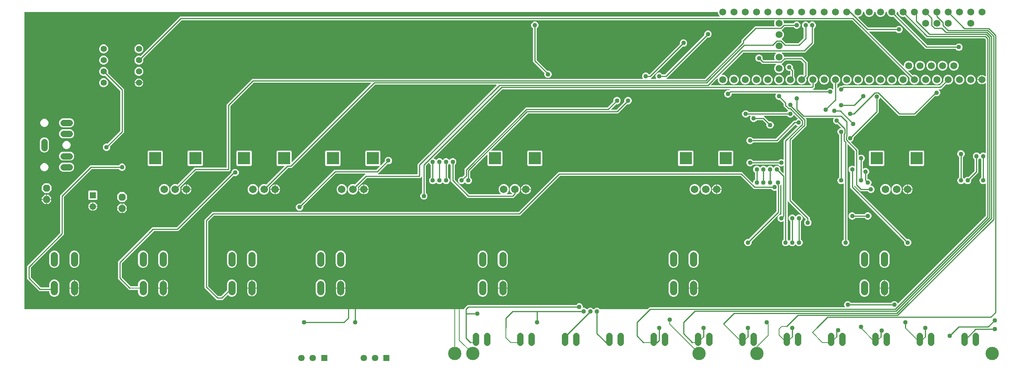
<source format=gbr>
G04 EAGLE Gerber RS-274X export*
G75*
%MOMM*%
%FSLAX34Y34*%
%LPD*%
%INBottom Copper*%
%IPPOS*%
%AMOC8*
5,1,8,0,0,1.08239X$1,22.5*%
G01*
G04 Define Apertures*
%ADD10P,1.73204X8X112.5*%
%ADD11R,1.459600X1.459600*%
%ADD12C,1.459600*%
%ADD13C,1.409600*%
%ADD14C,1.459600*%
%ADD15C,1.709600*%
%ADD16R,2.800000X2.800000*%
%ADD17C,1.625600*%
%ADD18C,1.574800*%
%ADD19C,1.389600*%
%ADD20C,3.000000*%
%ADD21C,1.016000*%
%ADD22C,0.243331*%
%ADD23C,0.203200*%
G36*
X1220219Y500060D02*
X1220469Y500232D01*
X1220632Y500487D01*
X1220683Y500762D01*
X1220683Y501788D01*
X1228212Y509317D01*
X1472433Y509317D01*
X1472730Y509377D01*
X1472972Y509540D01*
X1475366Y511935D01*
X1478373Y513180D01*
X1481627Y513180D01*
X1484634Y511935D01*
X1486935Y509634D01*
X1488180Y506627D01*
X1488180Y503942D01*
X1488240Y503645D01*
X1488412Y503395D01*
X1488667Y503231D01*
X1488942Y503180D01*
X1491627Y503180D01*
X1494634Y501935D01*
X1496345Y500223D01*
X1496598Y500056D01*
X1496884Y500000D01*
X1498116Y500000D01*
X1498413Y500060D01*
X1498655Y500223D01*
X1500366Y501935D01*
X1503373Y503180D01*
X1506627Y503180D01*
X1509634Y501935D01*
X1511345Y500223D01*
X1511598Y500056D01*
X1511884Y500000D01*
X1513116Y500000D01*
X1513413Y500060D01*
X1513655Y500223D01*
X1515366Y501935D01*
X1518373Y503180D01*
X1521627Y503180D01*
X1524634Y501935D01*
X1526345Y500223D01*
X1526598Y500056D01*
X1526884Y500000D01*
X1633580Y500000D01*
X1633877Y500060D01*
X1634119Y500223D01*
X1638104Y504209D01*
X2077405Y504209D01*
X2077702Y504269D01*
X2077952Y504440D01*
X2078115Y504696D01*
X2078166Y504995D01*
X2078109Y505262D01*
X2076820Y508373D01*
X2076820Y511627D01*
X2078065Y514634D01*
X2080366Y516935D01*
X2083373Y518180D01*
X2086627Y518180D01*
X2089634Y516935D01*
X2092028Y514540D01*
X2092281Y514372D01*
X2092567Y514317D01*
X2182433Y514317D01*
X2182730Y514377D01*
X2182972Y514540D01*
X2185366Y516935D01*
X2188373Y518180D01*
X2191627Y518180D01*
X2194634Y516935D01*
X2196935Y514634D01*
X2197486Y513302D01*
X2197656Y513051D01*
X2197910Y512885D01*
X2198208Y512832D01*
X2198504Y512900D01*
X2198729Y513055D01*
X2395460Y709786D01*
X2395628Y710039D01*
X2395683Y710325D01*
X2395683Y782360D01*
X2395623Y782657D01*
X2395452Y782907D01*
X2395196Y783071D01*
X2394897Y783121D01*
X2394630Y783064D01*
X2391627Y781820D01*
X2388373Y781820D01*
X2385366Y783065D01*
X2383065Y785366D01*
X2381820Y788373D01*
X2381820Y791627D01*
X2383065Y794634D01*
X2385460Y797028D01*
X2385628Y797281D01*
X2385683Y797567D01*
X2385683Y837433D01*
X2385623Y837730D01*
X2385460Y837972D01*
X2383039Y840393D01*
X2382786Y840560D01*
X2382488Y840616D01*
X2382192Y840551D01*
X2381961Y840393D01*
X2379540Y837972D01*
X2379372Y837719D01*
X2379317Y837433D01*
X2379317Y808212D01*
X2363403Y792299D01*
X2363236Y792046D01*
X2363180Y791760D01*
X2363180Y788373D01*
X2361935Y785366D01*
X2359634Y783065D01*
X2356627Y781820D01*
X2353373Y781820D01*
X2350366Y783065D01*
X2348039Y785393D01*
X2347786Y785560D01*
X2347488Y785616D01*
X2347192Y785551D01*
X2346961Y785393D01*
X2344634Y783065D01*
X2341627Y781820D01*
X2338373Y781820D01*
X2335366Y783065D01*
X2333065Y785366D01*
X2331820Y788373D01*
X2331820Y791627D01*
X2333065Y794634D01*
X2335460Y797028D01*
X2335628Y797281D01*
X2335683Y797567D01*
X2335683Y842433D01*
X2335623Y842730D01*
X2335460Y842972D01*
X2333065Y845366D01*
X2331820Y848373D01*
X2331820Y851627D01*
X2333065Y854634D01*
X2335366Y856935D01*
X2338373Y858180D01*
X2341627Y858180D01*
X2344634Y856935D01*
X2346935Y854634D01*
X2348180Y851627D01*
X2348180Y848373D01*
X2346935Y845366D01*
X2344540Y842972D01*
X2344372Y842719D01*
X2344317Y842433D01*
X2344317Y797567D01*
X2344377Y797270D01*
X2344540Y797028D01*
X2346961Y794607D01*
X2347214Y794440D01*
X2347512Y794384D01*
X2347808Y794449D01*
X2348039Y794607D01*
X2350366Y796935D01*
X2353373Y798180D01*
X2356760Y798180D01*
X2357057Y798240D01*
X2357299Y798403D01*
X2370460Y811565D01*
X2370628Y811818D01*
X2370683Y812104D01*
X2370683Y837433D01*
X2370623Y837730D01*
X2370460Y837972D01*
X2368065Y840366D01*
X2366820Y843373D01*
X2366820Y846627D01*
X2368065Y849634D01*
X2370366Y851935D01*
X2373373Y853180D01*
X2376627Y853180D01*
X2379634Y851935D01*
X2381961Y849607D01*
X2382214Y849440D01*
X2382512Y849384D01*
X2382808Y849449D01*
X2383039Y849607D01*
X2385366Y851935D01*
X2388373Y853180D01*
X2391627Y853180D01*
X2394630Y851936D01*
X2394927Y851878D01*
X2395224Y851941D01*
X2395473Y852114D01*
X2395634Y852371D01*
X2395683Y852640D01*
X2395683Y1009264D01*
X2395623Y1009562D01*
X2395452Y1009812D01*
X2395196Y1009975D01*
X2394897Y1010026D01*
X2394602Y1009956D01*
X2394383Y1009803D01*
X2392973Y1008394D01*
X2389145Y1006808D01*
X2387836Y1006808D01*
X2387836Y1027636D01*
X2389145Y1027636D01*
X2392973Y1026051D01*
X2394383Y1024641D01*
X2394635Y1024474D01*
X2394934Y1024418D01*
X2395230Y1024483D01*
X2395477Y1024659D01*
X2395636Y1024917D01*
X2395683Y1025180D01*
X2395683Y1107896D01*
X2395623Y1108194D01*
X2395460Y1108435D01*
X2393435Y1110460D01*
X2393182Y1110628D01*
X2392896Y1110683D01*
X2262108Y1110683D01*
X2213717Y1159075D01*
X2213464Y1159243D01*
X2213166Y1159298D01*
X2212886Y1159240D01*
X2211457Y1158648D01*
X2207091Y1158648D01*
X2203058Y1160319D01*
X2199971Y1163406D01*
X2198300Y1167440D01*
X2198300Y1169238D01*
X2198240Y1169535D01*
X2198068Y1169785D01*
X2197813Y1169949D01*
X2197538Y1170000D01*
X2195610Y1170000D01*
X2195313Y1169940D01*
X2195063Y1169768D01*
X2194899Y1169513D01*
X2194848Y1169238D01*
X2194848Y1167440D01*
X2194256Y1166010D01*
X2194198Y1165713D01*
X2194261Y1165416D01*
X2194421Y1165180D01*
X2264100Y1095501D01*
X2264353Y1095334D01*
X2264639Y1095278D01*
X2328151Y1095278D01*
X2328448Y1095338D01*
X2328690Y1095501D01*
X2330726Y1097537D01*
X2333732Y1098782D01*
X2336986Y1098782D01*
X2339993Y1097537D01*
X2342294Y1095236D01*
X2343539Y1092229D01*
X2343539Y1088975D01*
X2342294Y1085968D01*
X2339993Y1083667D01*
X2336986Y1082422D01*
X2333732Y1082422D01*
X2330726Y1083667D01*
X2328425Y1085968D01*
X2328339Y1086174D01*
X2328170Y1086426D01*
X2327916Y1086591D01*
X2327635Y1086645D01*
X2260747Y1086645D01*
X2188317Y1159075D01*
X2188064Y1159243D01*
X2187766Y1159298D01*
X2187486Y1159240D01*
X2186057Y1158648D01*
X2181691Y1158648D01*
X2177658Y1160319D01*
X2174571Y1163406D01*
X2172900Y1167440D01*
X2172900Y1169238D01*
X2172840Y1169535D01*
X2172668Y1169785D01*
X2172413Y1169949D01*
X2172138Y1170000D01*
X2170210Y1170000D01*
X2169913Y1169940D01*
X2169663Y1169768D01*
X2169499Y1169513D01*
X2169448Y1169238D01*
X2169448Y1167440D01*
X2167777Y1163406D01*
X2164690Y1160319D01*
X2160657Y1158648D01*
X2156291Y1158648D01*
X2152258Y1160319D01*
X2149171Y1163406D01*
X2147500Y1167440D01*
X2147500Y1169238D01*
X2147440Y1169535D01*
X2147268Y1169785D01*
X2147013Y1169949D01*
X2146738Y1170000D01*
X2144810Y1170000D01*
X2144513Y1169940D01*
X2144263Y1169768D01*
X2144099Y1169513D01*
X2144048Y1169238D01*
X2144048Y1167440D01*
X2142377Y1163406D01*
X2139290Y1160319D01*
X2135257Y1158648D01*
X2130891Y1158648D01*
X2126858Y1160319D01*
X2123771Y1163406D01*
X2122100Y1167440D01*
X2122100Y1169238D01*
X2122040Y1169535D01*
X2121868Y1169785D01*
X2121613Y1169949D01*
X2121338Y1170000D01*
X2119410Y1170000D01*
X2119113Y1169940D01*
X2118863Y1169768D01*
X2118699Y1169513D01*
X2118648Y1169238D01*
X2118648Y1167440D01*
X2116977Y1163406D01*
X2113890Y1160319D01*
X2109857Y1158648D01*
X2109296Y1158648D01*
X2108999Y1158588D01*
X2108749Y1158417D01*
X2108585Y1158161D01*
X2108534Y1157862D01*
X2108604Y1157567D01*
X2108757Y1157348D01*
X2131206Y1134899D01*
X2131458Y1134732D01*
X2131744Y1134676D01*
X2192792Y1134676D01*
X2193089Y1134736D01*
X2193331Y1134899D01*
X2195726Y1137294D01*
X2198732Y1138539D01*
X2201986Y1138539D01*
X2204993Y1137294D01*
X2207294Y1134993D01*
X2208539Y1131986D01*
X2208539Y1128732D01*
X2207294Y1125726D01*
X2204993Y1123425D01*
X2201986Y1122179D01*
X2198732Y1122179D01*
X2195726Y1123425D01*
X2193331Y1125819D01*
X2193078Y1125987D01*
X2192792Y1126043D01*
X2133798Y1126043D01*
X2133501Y1125982D01*
X2133251Y1125811D01*
X2133087Y1125555D01*
X2133036Y1125256D01*
X2133106Y1124961D01*
X2133259Y1124742D01*
X2209699Y1048302D01*
X2209952Y1048134D01*
X2210250Y1048079D01*
X2210546Y1048144D01*
X2210794Y1048319D01*
X2210953Y1048577D01*
X2211000Y1048841D01*
X2211000Y1051155D01*
X2212671Y1055189D01*
X2215758Y1058276D01*
X2219791Y1059946D01*
X2224157Y1059946D01*
X2228190Y1058276D01*
X2231277Y1055189D01*
X2232948Y1051155D01*
X2232948Y1046790D01*
X2231277Y1042756D01*
X2228190Y1039669D01*
X2224157Y1037998D01*
X2221842Y1037998D01*
X2221545Y1037938D01*
X2221295Y1037767D01*
X2221132Y1037511D01*
X2221081Y1037212D01*
X2221151Y1036917D01*
X2221304Y1036698D01*
X2230232Y1027770D01*
X2230484Y1027602D01*
X2230782Y1027546D01*
X2231062Y1027604D01*
X2232491Y1028196D01*
X2236857Y1028196D01*
X2240890Y1026526D01*
X2243977Y1023439D01*
X2245648Y1019405D01*
X2245648Y1015040D01*
X2243977Y1011006D01*
X2240890Y1007919D01*
X2236857Y1006248D01*
X2232491Y1006248D01*
X2228458Y1007919D01*
X2225371Y1011006D01*
X2223700Y1015040D01*
X2223700Y1019405D01*
X2224292Y1020834D01*
X2224350Y1021132D01*
X2224287Y1021429D01*
X2224127Y1021665D01*
X2094986Y1150805D01*
X2094734Y1150973D01*
X2094448Y1151028D01*
X1940073Y1151028D01*
X1939776Y1150968D01*
X1939526Y1150797D01*
X1939363Y1150541D01*
X1939312Y1150242D01*
X1939369Y1149975D01*
X1940848Y1146405D01*
X1940848Y1145079D01*
X1940908Y1144781D01*
X1941080Y1144531D01*
X1941335Y1144368D01*
X1941610Y1144317D01*
X1962433Y1144317D01*
X1962730Y1144377D01*
X1962972Y1144540D01*
X1965366Y1146935D01*
X1968373Y1148180D01*
X1971627Y1148180D01*
X1974634Y1146935D01*
X1976935Y1144634D01*
X1978180Y1141627D01*
X1978180Y1138373D01*
X1976935Y1135366D01*
X1974634Y1133065D01*
X1971627Y1131820D01*
X1968373Y1131820D01*
X1965366Y1133065D01*
X1962972Y1135460D01*
X1962719Y1135628D01*
X1962433Y1135683D01*
X1943485Y1135683D01*
X1943188Y1135623D01*
X1942946Y1135460D01*
X1936390Y1128904D01*
X1936222Y1128651D01*
X1936167Y1128353D01*
X1936232Y1128057D01*
X1936390Y1127826D01*
X1939177Y1125039D01*
X1940848Y1121005D01*
X1940848Y1116640D01*
X1939177Y1112606D01*
X1936390Y1109819D01*
X1936222Y1109566D01*
X1936167Y1109268D01*
X1936232Y1108972D01*
X1936390Y1108741D01*
X1939021Y1106110D01*
X1945591Y1099540D01*
X1945844Y1099372D01*
X1946130Y1099317D01*
X1972896Y1099317D01*
X1973194Y1099377D01*
X1973435Y1099540D01*
X1985460Y1111565D01*
X1985628Y1111818D01*
X1985683Y1112104D01*
X1985683Y1132433D01*
X1985623Y1132730D01*
X1985460Y1132972D01*
X1983065Y1135366D01*
X1981820Y1138373D01*
X1981820Y1141627D01*
X1983065Y1144634D01*
X1985366Y1146935D01*
X1988373Y1148180D01*
X1991627Y1148180D01*
X1994634Y1146935D01*
X1996961Y1144607D01*
X1997214Y1144440D01*
X1997512Y1144384D01*
X1997808Y1144449D01*
X1998039Y1144607D01*
X2000366Y1146935D01*
X2003373Y1148180D01*
X2006627Y1148180D01*
X2009634Y1146935D01*
X2011935Y1144634D01*
X2013180Y1141627D01*
X2013180Y1138373D01*
X2011935Y1135366D01*
X2009540Y1132972D01*
X2009372Y1132719D01*
X2009317Y1132433D01*
X2009317Y1098212D01*
X1989088Y1077983D01*
X1937273Y1077983D01*
X1936975Y1077923D01*
X1936725Y1077751D01*
X1936562Y1077496D01*
X1936511Y1077197D01*
X1936581Y1076902D01*
X1936734Y1076682D01*
X1939177Y1074239D01*
X1940848Y1070205D01*
X1940848Y1070079D01*
X1940908Y1069781D01*
X1941080Y1069531D01*
X1941335Y1069368D01*
X1941610Y1069317D01*
X1981788Y1069317D01*
X1994317Y1056788D01*
X1994317Y1024760D01*
X1991221Y1021665D01*
X1991054Y1021412D01*
X1990998Y1021114D01*
X1991056Y1020834D01*
X1991648Y1019405D01*
X1991648Y1015040D01*
X1989977Y1011006D01*
X1986890Y1007919D01*
X1982857Y1006248D01*
X1978491Y1006248D01*
X1974458Y1007919D01*
X1971371Y1011006D01*
X1969700Y1015040D01*
X1969700Y1019405D01*
X1971371Y1023439D01*
X1974458Y1026526D01*
X1978491Y1028196D01*
X1982857Y1028196D01*
X1984286Y1027604D01*
X1984584Y1027546D01*
X1984880Y1027609D01*
X1985117Y1027770D01*
X1985460Y1028113D01*
X1985628Y1028366D01*
X1985683Y1028652D01*
X1985683Y1052896D01*
X1985623Y1053194D01*
X1985460Y1053435D01*
X1978435Y1060460D01*
X1978182Y1060628D01*
X1977896Y1060683D01*
X1944685Y1060683D01*
X1944388Y1060623D01*
X1944146Y1060460D01*
X1936390Y1052704D01*
X1936222Y1052451D01*
X1936167Y1052153D01*
X1936232Y1051857D01*
X1936390Y1051626D01*
X1939177Y1048839D01*
X1940848Y1044805D01*
X1940848Y1040440D01*
X1939177Y1036406D01*
X1936090Y1033319D01*
X1932057Y1031648D01*
X1927691Y1031648D01*
X1923658Y1033319D01*
X1920571Y1036406D01*
X1918900Y1040440D01*
X1918900Y1044805D01*
X1920571Y1048839D01*
X1923014Y1051282D01*
X1923182Y1051535D01*
X1923237Y1051833D01*
X1923172Y1052129D01*
X1922997Y1052377D01*
X1922739Y1052536D01*
X1922475Y1052583D01*
X1892088Y1052583D01*
X1887299Y1057373D01*
X1887046Y1057540D01*
X1886760Y1057596D01*
X1883373Y1057596D01*
X1880366Y1058841D01*
X1878065Y1061142D01*
X1876820Y1064149D01*
X1876820Y1067403D01*
X1878065Y1070409D01*
X1880366Y1072710D01*
X1883373Y1073956D01*
X1886627Y1073956D01*
X1889634Y1072710D01*
X1891935Y1070409D01*
X1893180Y1067403D01*
X1893180Y1064016D01*
X1893240Y1063719D01*
X1893403Y1063477D01*
X1895441Y1061440D01*
X1895694Y1061272D01*
X1895980Y1061216D01*
X1919675Y1061216D01*
X1919972Y1061277D01*
X1920222Y1061448D01*
X1920385Y1061704D01*
X1920436Y1062003D01*
X1920379Y1062270D01*
X1918900Y1065840D01*
X1918900Y1070205D01*
X1920571Y1074239D01*
X1923014Y1076682D01*
X1923182Y1076935D01*
X1923237Y1077233D01*
X1923172Y1077529D01*
X1922997Y1077777D01*
X1922739Y1077936D01*
X1922475Y1077983D01*
X1849403Y1077983D01*
X1849106Y1077923D01*
X1848865Y1077760D01*
X1800602Y1029497D01*
X1800434Y1029244D01*
X1800379Y1028946D01*
X1800444Y1028650D01*
X1800619Y1028403D01*
X1800877Y1028243D01*
X1801141Y1028196D01*
X1805057Y1028196D01*
X1809090Y1026526D01*
X1812177Y1023439D01*
X1813848Y1019405D01*
X1813848Y1015040D01*
X1812177Y1011006D01*
X1809090Y1007919D01*
X1805057Y1006248D01*
X1800691Y1006248D01*
X1796658Y1007919D01*
X1793571Y1011006D01*
X1791900Y1015040D01*
X1791900Y1018956D01*
X1791840Y1019253D01*
X1791668Y1019503D01*
X1791413Y1019666D01*
X1791114Y1019717D01*
X1790819Y1019648D01*
X1790599Y1019495D01*
X1776722Y1005617D01*
X1776555Y1005365D01*
X1776499Y1005067D01*
X1776564Y1004770D01*
X1776740Y1004523D01*
X1776998Y1004364D01*
X1777261Y1004317D01*
X2000995Y1004317D01*
X2001293Y1004377D01*
X2001543Y1004549D01*
X2001706Y1004804D01*
X2001757Y1005079D01*
X2001757Y1006623D01*
X2001697Y1006920D01*
X2001526Y1007170D01*
X2001287Y1007327D01*
X1999858Y1007919D01*
X1996771Y1011006D01*
X1995100Y1015040D01*
X1995100Y1019405D01*
X1996771Y1023439D01*
X1999858Y1026526D01*
X2003891Y1028196D01*
X2008257Y1028196D01*
X2012290Y1026526D01*
X2015377Y1023439D01*
X2017048Y1019405D01*
X2017048Y1015040D01*
X2015377Y1011006D01*
X2012290Y1007919D01*
X2010861Y1007327D01*
X2010610Y1007158D01*
X2010444Y1006903D01*
X2010391Y1006623D01*
X2010391Y999286D01*
X2006722Y995617D01*
X2006555Y995365D01*
X2006499Y995067D01*
X2006564Y994770D01*
X2006740Y994523D01*
X2006998Y994364D01*
X2007261Y994317D01*
X2037433Y994317D01*
X2037730Y994377D01*
X2037972Y994540D01*
X2040366Y996935D01*
X2043373Y998180D01*
X2046627Y998180D01*
X2049634Y996935D01*
X2051257Y995312D01*
X2051509Y995144D01*
X2051808Y995089D01*
X2052104Y995154D01*
X2052351Y995329D01*
X2052510Y995587D01*
X2052557Y995851D01*
X2052557Y1006623D01*
X2052497Y1006920D01*
X2052326Y1007170D01*
X2052087Y1007327D01*
X2050658Y1007919D01*
X2047571Y1011006D01*
X2045900Y1015040D01*
X2045900Y1019405D01*
X2047571Y1023439D01*
X2050658Y1026526D01*
X2054691Y1028196D01*
X2059057Y1028196D01*
X2063090Y1026526D01*
X2066177Y1023439D01*
X2067848Y1019405D01*
X2067848Y1015040D01*
X2066177Y1011006D01*
X2063090Y1007919D01*
X2061661Y1007327D01*
X2061410Y1007158D01*
X2061244Y1006903D01*
X2061191Y1006623D01*
X2061191Y998939D01*
X2061251Y998641D01*
X2061423Y998391D01*
X2061678Y998228D01*
X2061977Y998177D01*
X2062272Y998247D01*
X2062517Y998426D01*
X2062657Y998647D01*
X2063065Y999634D01*
X2065366Y1001935D01*
X2068373Y1003180D01*
X2071760Y1003180D01*
X2072057Y1003240D01*
X2072299Y1003403D01*
X2073212Y1004317D01*
X2291548Y1004317D01*
X2291845Y1004377D01*
X2292087Y1004540D01*
X2300327Y1012780D01*
X2300494Y1013033D01*
X2300550Y1013331D01*
X2300492Y1013610D01*
X2299900Y1015040D01*
X2299900Y1019405D01*
X2301571Y1023439D01*
X2304658Y1026526D01*
X2308691Y1028196D01*
X2313057Y1028196D01*
X2317090Y1026526D01*
X2320177Y1023439D01*
X2321848Y1019405D01*
X2321848Y1015040D01*
X2320177Y1011006D01*
X2317090Y1007919D01*
X2313057Y1006248D01*
X2308691Y1006248D01*
X2307262Y1006840D01*
X2306964Y1006898D01*
X2306668Y1006836D01*
X2306432Y1006675D01*
X2295440Y995683D01*
X2290694Y995683D01*
X2290397Y995623D01*
X2290147Y995452D01*
X2289983Y995196D01*
X2289932Y994897D01*
X2290002Y994602D01*
X2290155Y994383D01*
X2291935Y992603D01*
X2293180Y989596D01*
X2293180Y986342D01*
X2291935Y983336D01*
X2289634Y981035D01*
X2286627Y979789D01*
X2283373Y979789D01*
X2282090Y980321D01*
X2281793Y980379D01*
X2281496Y980316D01*
X2281260Y980155D01*
X2236788Y935683D01*
X2199272Y935683D01*
X2158729Y976227D01*
X2158476Y976394D01*
X2158178Y976450D01*
X2157882Y976385D01*
X2157634Y976209D01*
X2157486Y975979D01*
X2156935Y974648D01*
X2154540Y972253D01*
X2154372Y972000D01*
X2154317Y971714D01*
X2154317Y943279D01*
X2098336Y887299D01*
X2098169Y887046D01*
X2098113Y886760D01*
X2098113Y883373D01*
X2096867Y880366D01*
X2094566Y878065D01*
X2093235Y877514D01*
X2092984Y877344D01*
X2092818Y877090D01*
X2092765Y876792D01*
X2092832Y876496D01*
X2092988Y876271D01*
X2109317Y859942D01*
X2109317Y847640D01*
X2109377Y847343D01*
X2109549Y847093D01*
X2109804Y846929D01*
X2110103Y846879D01*
X2110370Y846936D01*
X2113373Y848180D01*
X2116627Y848180D01*
X2119634Y846935D01*
X2121935Y844634D01*
X2123180Y841627D01*
X2123180Y838373D01*
X2121935Y835366D01*
X2119540Y832972D01*
X2119372Y832719D01*
X2119317Y832433D01*
X2119317Y817640D01*
X2119377Y817343D01*
X2119549Y817093D01*
X2119804Y816929D01*
X2120103Y816879D01*
X2120370Y816936D01*
X2123373Y818180D01*
X2126627Y818180D01*
X2129634Y816935D01*
X2131935Y814634D01*
X2133180Y811627D01*
X2133180Y808373D01*
X2131935Y805366D01*
X2129540Y802972D01*
X2129372Y802719D01*
X2129317Y802433D01*
X2129317Y793942D01*
X2129377Y793645D01*
X2129549Y793395D01*
X2129804Y793231D01*
X2130079Y793180D01*
X2131627Y793180D01*
X2134634Y791935D01*
X2136935Y789634D01*
X2138180Y786627D01*
X2138180Y783373D01*
X2136935Y780366D01*
X2136049Y779481D01*
X2135882Y779228D01*
X2135826Y778930D01*
X2135891Y778634D01*
X2136067Y778386D01*
X2136325Y778227D01*
X2136588Y778180D01*
X2138658Y778180D01*
X2141664Y776935D01*
X2143965Y774634D01*
X2145211Y771627D01*
X2145211Y768373D01*
X2143965Y765366D01*
X2141664Y763065D01*
X2138658Y761820D01*
X2135404Y761820D01*
X2132397Y763065D01*
X2130002Y765460D01*
X2129749Y765628D01*
X2129463Y765683D01*
X2113212Y765683D01*
X2100617Y778278D01*
X2100365Y778445D01*
X2100067Y778501D01*
X2099770Y778436D01*
X2099523Y778260D01*
X2099364Y778002D01*
X2099317Y777739D01*
X2099317Y777104D01*
X2099377Y776806D01*
X2099540Y776565D01*
X2217702Y658403D01*
X2217954Y658236D01*
X2218240Y658180D01*
X2221627Y658180D01*
X2224634Y656935D01*
X2226935Y654634D01*
X2228180Y651627D01*
X2228180Y648373D01*
X2226935Y645366D01*
X2224634Y643065D01*
X2221627Y641820D01*
X2218373Y641820D01*
X2215366Y643065D01*
X2213065Y645366D01*
X2211820Y648373D01*
X2211820Y651760D01*
X2211760Y652057D01*
X2211597Y652299D01*
X2090683Y773212D01*
X2090683Y807433D01*
X2090623Y807730D01*
X2090460Y807972D01*
X2088065Y810366D01*
X2086820Y813373D01*
X2086820Y816627D01*
X2088065Y819634D01*
X2090366Y821935D01*
X2093373Y823180D01*
X2096627Y823180D01*
X2099630Y821936D01*
X2099927Y821878D01*
X2100224Y821941D01*
X2100473Y822114D01*
X2100634Y822371D01*
X2100683Y822640D01*
X2100683Y856051D01*
X2100623Y856348D01*
X2100460Y856589D01*
X2085617Y871432D01*
X2085365Y871600D01*
X2085067Y871655D01*
X2084770Y871590D01*
X2084523Y871415D01*
X2084364Y871157D01*
X2084317Y870893D01*
X2084317Y657567D01*
X2084377Y657270D01*
X2084540Y657028D01*
X2086935Y654634D01*
X2088180Y651627D01*
X2088180Y648373D01*
X2086935Y645366D01*
X2084634Y643065D01*
X2081627Y641820D01*
X2078373Y641820D01*
X2075366Y643065D01*
X2073065Y645366D01*
X2071820Y648373D01*
X2071820Y651627D01*
X2073065Y654634D01*
X2075460Y657028D01*
X2075628Y657281D01*
X2075683Y657567D01*
X2075683Y782360D01*
X2075623Y782657D01*
X2075452Y782907D01*
X2075196Y783071D01*
X2074897Y783121D01*
X2074630Y783064D01*
X2071627Y781820D01*
X2068373Y781820D01*
X2065366Y783065D01*
X2063065Y785366D01*
X2061820Y788373D01*
X2061820Y791627D01*
X2063065Y794634D01*
X2065460Y797028D01*
X2065628Y797281D01*
X2065683Y797567D01*
X2065683Y892433D01*
X2065623Y892730D01*
X2065460Y892972D01*
X2063065Y895366D01*
X2061820Y898373D01*
X2061820Y901627D01*
X2063065Y904634D01*
X2065366Y906935D01*
X2068373Y908180D01*
X2068876Y908180D01*
X2069173Y908240D01*
X2069423Y908412D01*
X2069586Y908667D01*
X2069637Y908966D01*
X2069568Y909261D01*
X2069415Y909481D01*
X2062299Y916597D01*
X2062046Y916764D01*
X2061760Y916820D01*
X2058373Y916820D01*
X2055366Y918065D01*
X2053065Y920366D01*
X2051820Y923373D01*
X2051820Y926627D01*
X2053064Y929630D01*
X2053122Y929927D01*
X2053059Y930224D01*
X2052886Y930473D01*
X2052629Y930634D01*
X2052360Y930683D01*
X1991073Y930683D01*
X1990776Y930623D01*
X1990526Y930452D01*
X1990362Y930196D01*
X1990311Y929897D01*
X1990381Y929602D01*
X1990534Y929383D01*
X1991737Y928180D01*
X1991737Y913286D01*
X1959540Y881089D01*
X1959372Y880836D01*
X1959317Y880550D01*
X1959317Y747104D01*
X1959377Y746806D01*
X1959540Y746565D01*
X1999317Y706788D01*
X1999317Y702567D01*
X1999377Y702270D01*
X1999540Y702028D01*
X2001935Y699634D01*
X2003180Y696627D01*
X2003180Y693373D01*
X2001935Y690366D01*
X1999634Y688065D01*
X1996627Y686820D01*
X1993373Y686820D01*
X1990366Y688065D01*
X1988065Y690366D01*
X1986820Y693373D01*
X1986820Y696627D01*
X1988065Y699634D01*
X1990460Y702028D01*
X1990628Y702281D01*
X1990683Y702567D01*
X1990683Y702896D01*
X1990623Y703194D01*
X1990460Y703435D01*
X1950617Y743278D01*
X1950365Y743445D01*
X1950067Y743501D01*
X1949770Y743436D01*
X1949523Y743260D01*
X1949364Y743002D01*
X1949317Y742739D01*
X1949317Y657567D01*
X1949377Y657270D01*
X1949540Y657028D01*
X1951961Y654607D01*
X1952214Y654440D01*
X1952512Y654384D01*
X1952808Y654449D01*
X1953039Y654607D01*
X1955460Y657028D01*
X1955628Y657281D01*
X1955683Y657567D01*
X1955683Y697433D01*
X1955623Y697730D01*
X1955460Y697972D01*
X1953065Y700366D01*
X1951820Y703373D01*
X1951820Y706627D01*
X1953065Y709634D01*
X1955366Y711935D01*
X1958373Y713180D01*
X1961627Y713180D01*
X1964634Y711935D01*
X1966961Y709607D01*
X1967214Y709440D01*
X1967512Y709384D01*
X1967808Y709449D01*
X1968039Y709607D01*
X1970366Y711935D01*
X1973373Y713180D01*
X1976627Y713180D01*
X1979634Y711935D01*
X1981935Y709634D01*
X1983180Y706627D01*
X1983180Y703373D01*
X1981935Y700366D01*
X1979540Y697972D01*
X1979372Y697719D01*
X1979317Y697433D01*
X1979317Y657567D01*
X1979377Y657270D01*
X1979540Y657028D01*
X1981935Y654634D01*
X1983180Y651627D01*
X1983180Y648373D01*
X1981935Y645366D01*
X1979634Y643065D01*
X1976627Y641820D01*
X1973373Y641820D01*
X1970366Y643065D01*
X1968039Y645393D01*
X1967786Y645560D01*
X1967488Y645616D01*
X1967192Y645551D01*
X1966961Y645393D01*
X1964634Y643065D01*
X1961627Y641820D01*
X1958373Y641820D01*
X1955366Y643065D01*
X1953039Y645393D01*
X1952786Y645560D01*
X1952488Y645616D01*
X1952192Y645551D01*
X1951961Y645393D01*
X1949634Y643065D01*
X1946627Y641820D01*
X1943373Y641820D01*
X1940366Y643065D01*
X1938065Y645366D01*
X1936820Y648373D01*
X1936820Y651627D01*
X1938065Y654634D01*
X1940460Y657028D01*
X1940628Y657281D01*
X1940683Y657567D01*
X1940683Y697360D01*
X1940623Y697657D01*
X1940452Y697907D01*
X1940196Y698071D01*
X1939897Y698121D01*
X1939630Y698064D01*
X1936627Y696820D01*
X1933373Y696820D01*
X1930366Y698065D01*
X1928065Y700366D01*
X1926820Y703373D01*
X1926820Y706627D01*
X1928065Y709634D01*
X1930366Y711935D01*
X1933373Y713180D01*
X1934921Y713180D01*
X1935219Y713240D01*
X1935469Y713412D01*
X1935632Y713667D01*
X1935683Y713942D01*
X1935683Y779306D01*
X1935623Y779603D01*
X1935452Y779853D01*
X1935196Y780017D01*
X1934897Y780068D01*
X1934602Y779998D01*
X1934383Y779845D01*
X1932869Y778331D01*
X1932701Y778078D01*
X1932645Y777792D01*
X1932645Y716541D01*
X1868403Y652299D01*
X1868236Y652046D01*
X1868180Y651760D01*
X1868180Y648373D01*
X1866935Y645366D01*
X1864634Y643065D01*
X1861627Y641820D01*
X1858373Y641820D01*
X1855366Y643065D01*
X1853065Y645366D01*
X1851820Y648373D01*
X1851820Y651627D01*
X1853065Y654634D01*
X1855366Y656935D01*
X1858373Y658180D01*
X1861760Y658180D01*
X1862057Y658240D01*
X1862299Y658403D01*
X1923789Y719894D01*
X1923956Y720146D01*
X1924012Y720432D01*
X1924012Y766667D01*
X1923952Y766965D01*
X1923780Y767215D01*
X1923525Y767378D01*
X1923226Y767429D01*
X1922958Y767371D01*
X1921627Y766820D01*
X1918373Y766820D01*
X1915366Y768065D01*
X1912972Y770460D01*
X1912719Y770628D01*
X1912433Y770683D01*
X1873212Y770683D01*
X1843435Y800460D01*
X1843182Y800628D01*
X1842896Y800683D01*
X1437104Y800683D01*
X1436806Y800623D01*
X1436565Y800460D01*
X1346788Y710683D01*
X657104Y710683D01*
X656806Y710623D01*
X656565Y710460D01*
X644540Y698435D01*
X644372Y698182D01*
X644317Y697896D01*
X644317Y552104D01*
X644377Y551806D01*
X644540Y551565D01*
X666565Y529540D01*
X666818Y529372D01*
X667104Y529317D01*
X672896Y529317D01*
X673194Y529377D01*
X673435Y529540D01*
X685943Y542048D01*
X686110Y542300D01*
X686166Y542586D01*
X686166Y557849D01*
X687875Y561976D01*
X691034Y565135D01*
X695161Y566844D01*
X699627Y566844D01*
X703754Y565135D01*
X706913Y561976D01*
X708622Y557849D01*
X708622Y537127D01*
X706913Y533000D01*
X703754Y529841D01*
X699627Y528132D01*
X695161Y528132D01*
X691034Y529841D01*
X689029Y531846D01*
X688776Y532014D01*
X688478Y532070D01*
X688182Y532004D01*
X687951Y531846D01*
X676788Y520683D01*
X663212Y520683D01*
X635683Y548212D01*
X635683Y701788D01*
X653212Y719317D01*
X1342896Y719317D01*
X1343194Y719377D01*
X1343435Y719540D01*
X1433212Y809317D01*
X1846788Y809317D01*
X1870519Y785586D01*
X1870772Y785418D01*
X1871070Y785362D01*
X1871366Y785428D01*
X1871614Y785603D01*
X1871773Y785861D01*
X1871820Y786124D01*
X1871820Y786627D01*
X1873065Y789634D01*
X1875460Y792028D01*
X1875628Y792281D01*
X1875683Y792567D01*
X1875683Y807433D01*
X1875623Y807730D01*
X1875460Y807972D01*
X1873065Y810366D01*
X1871820Y813373D01*
X1871820Y816627D01*
X1873065Y819634D01*
X1875366Y821935D01*
X1878373Y823180D01*
X1881627Y823180D01*
X1884634Y821935D01*
X1886961Y819607D01*
X1887214Y819440D01*
X1887512Y819384D01*
X1887808Y819449D01*
X1888039Y819607D01*
X1890366Y821935D01*
X1893373Y823180D01*
X1896627Y823180D01*
X1899634Y821935D01*
X1901961Y819607D01*
X1902214Y819440D01*
X1902512Y819384D01*
X1902808Y819449D01*
X1903039Y819607D01*
X1905366Y821935D01*
X1908373Y823180D01*
X1911627Y823180D01*
X1914634Y821935D01*
X1916961Y819607D01*
X1917214Y819440D01*
X1917512Y819384D01*
X1917808Y819449D01*
X1918039Y819607D01*
X1920366Y821935D01*
X1923373Y823180D01*
X1926627Y823180D01*
X1929276Y822083D01*
X1929573Y822025D01*
X1929703Y822053D01*
X1929744Y821888D01*
X1929894Y821674D01*
X1931935Y819634D01*
X1933180Y816627D01*
X1933180Y813240D01*
X1933240Y812943D01*
X1933403Y812702D01*
X1939383Y806722D01*
X1939635Y806555D01*
X1939934Y806499D01*
X1940230Y806564D01*
X1940477Y806740D01*
X1940636Y806998D01*
X1940683Y807261D01*
X1940683Y822360D01*
X1940623Y822657D01*
X1940452Y822907D01*
X1940196Y823071D01*
X1939897Y823121D01*
X1939630Y823064D01*
X1936627Y821820D01*
X1933373Y821820D01*
X1930725Y822917D01*
X1930427Y822975D01*
X1930297Y822947D01*
X1930256Y823112D01*
X1930106Y823326D01*
X1927972Y825460D01*
X1927719Y825628D01*
X1927433Y825683D01*
X1872567Y825683D01*
X1872270Y825623D01*
X1872028Y825460D01*
X1869634Y823065D01*
X1866627Y821820D01*
X1863373Y821820D01*
X1860366Y823065D01*
X1858065Y825366D01*
X1856820Y828373D01*
X1856820Y831627D01*
X1858065Y834634D01*
X1860366Y836935D01*
X1863373Y838180D01*
X1866627Y838180D01*
X1869634Y836935D01*
X1872028Y834540D01*
X1872281Y834372D01*
X1872567Y834317D01*
X1927433Y834317D01*
X1927730Y834377D01*
X1927972Y834540D01*
X1930366Y836935D01*
X1933373Y838180D01*
X1936627Y838180D01*
X1939630Y836936D01*
X1939927Y836878D01*
X1940224Y836941D01*
X1940473Y837114D01*
X1940634Y837371D01*
X1940683Y837640D01*
X1940683Y880757D01*
X1971571Y911645D01*
X1971739Y911897D01*
X1971794Y912196D01*
X1971729Y912492D01*
X1971554Y912739D01*
X1971324Y912887D01*
X1969993Y913439D01*
X1967807Y915625D01*
X1967554Y915792D01*
X1967256Y915848D01*
X1966960Y915783D01*
X1966729Y915625D01*
X1926788Y875683D01*
X1872567Y875683D01*
X1872270Y875623D01*
X1872028Y875460D01*
X1869634Y873065D01*
X1866627Y871820D01*
X1863373Y871820D01*
X1860366Y873065D01*
X1858065Y875366D01*
X1856820Y878373D01*
X1856820Y881627D01*
X1858065Y884634D01*
X1860366Y886935D01*
X1863373Y888180D01*
X1866627Y888180D01*
X1869634Y886935D01*
X1872028Y884540D01*
X1872281Y884372D01*
X1872567Y884317D01*
X1922896Y884317D01*
X1923194Y884377D01*
X1923435Y884540D01*
X1963586Y924690D01*
X1967059Y924690D01*
X1967356Y924751D01*
X1967598Y924913D01*
X1969993Y927308D01*
X1971832Y928070D01*
X1972084Y928240D01*
X1972249Y928494D01*
X1972302Y928792D01*
X1972235Y929088D01*
X1972079Y929313D01*
X1964088Y937304D01*
X1963835Y937472D01*
X1963537Y937527D01*
X1963241Y937462D01*
X1962994Y937287D01*
X1962845Y937057D01*
X1962294Y935726D01*
X1959993Y933425D01*
X1956986Y932179D01*
X1953732Y932179D01*
X1950726Y933425D01*
X1948690Y935460D01*
X1948437Y935628D01*
X1948151Y935683D01*
X1897261Y935683D01*
X1896964Y935623D01*
X1896714Y935452D01*
X1896550Y935196D01*
X1896499Y934897D01*
X1896569Y934602D01*
X1896722Y934383D01*
X1907702Y923403D01*
X1907954Y923236D01*
X1908240Y923180D01*
X1911627Y923180D01*
X1914634Y921935D01*
X1916935Y919634D01*
X1918180Y916627D01*
X1918180Y913373D01*
X1916935Y910366D01*
X1914634Y908065D01*
X1911627Y906820D01*
X1908373Y906820D01*
X1905366Y908065D01*
X1903065Y910366D01*
X1901820Y913373D01*
X1901820Y916760D01*
X1901760Y917057D01*
X1901597Y917299D01*
X1893435Y925460D01*
X1893182Y925628D01*
X1892896Y925683D01*
X1880537Y925683D01*
X1880239Y925623D01*
X1879998Y925460D01*
X1877603Y923065D01*
X1874596Y921820D01*
X1871342Y921820D01*
X1868336Y923065D01*
X1866035Y925366D01*
X1864789Y928373D01*
X1864789Y931627D01*
X1866033Y934630D01*
X1866091Y934927D01*
X1866028Y935224D01*
X1865855Y935473D01*
X1865598Y935634D01*
X1865329Y935683D01*
X1862567Y935683D01*
X1862270Y935623D01*
X1862028Y935460D01*
X1859634Y933065D01*
X1856627Y931820D01*
X1853373Y931820D01*
X1850366Y933065D01*
X1848065Y935366D01*
X1846820Y938373D01*
X1846820Y941627D01*
X1848065Y944634D01*
X1850366Y946935D01*
X1853373Y948180D01*
X1856627Y948180D01*
X1859634Y946935D01*
X1862028Y944540D01*
X1862281Y944372D01*
X1862567Y944317D01*
X1947635Y944317D01*
X1947933Y944377D01*
X1948183Y944549D01*
X1948339Y944787D01*
X1948425Y944993D01*
X1950038Y946606D01*
X1950205Y946859D01*
X1950261Y947157D01*
X1950196Y947453D01*
X1950038Y947684D01*
X1943435Y954286D01*
X1940683Y957038D01*
X1940683Y962896D01*
X1940623Y963194D01*
X1940460Y963435D01*
X1932299Y971597D01*
X1932046Y971764D01*
X1931760Y971820D01*
X1928373Y971820D01*
X1925366Y973065D01*
X1923065Y975366D01*
X1921820Y978373D01*
X1921820Y981627D01*
X1923064Y984630D01*
X1923122Y984927D01*
X1923059Y985224D01*
X1922886Y985473D01*
X1922629Y985634D01*
X1922360Y985683D01*
X1823942Y985683D01*
X1823645Y985623D01*
X1823395Y985452D01*
X1823231Y985196D01*
X1823180Y984921D01*
X1823180Y983373D01*
X1821935Y980366D01*
X1819634Y978065D01*
X1816627Y976820D01*
X1813373Y976820D01*
X1810366Y978065D01*
X1808065Y980366D01*
X1806820Y983373D01*
X1806820Y986627D01*
X1808065Y989634D01*
X1810366Y991935D01*
X1813373Y993180D01*
X1816760Y993180D01*
X1817057Y993240D01*
X1817299Y993403D01*
X1818278Y994383D01*
X1818445Y994635D01*
X1818501Y994934D01*
X1818436Y995230D01*
X1818260Y995477D01*
X1818002Y995636D01*
X1817739Y995683D01*
X1307104Y995683D01*
X1306806Y995623D01*
X1306565Y995460D01*
X1152194Y841090D01*
X1152027Y840837D01*
X1151971Y840539D01*
X1152036Y840242D01*
X1152212Y839995D01*
X1152441Y839847D01*
X1154634Y838939D01*
X1156961Y836611D01*
X1157214Y836444D01*
X1157512Y836388D01*
X1157808Y836453D01*
X1158039Y836611D01*
X1160366Y838939D01*
X1163373Y840184D01*
X1166627Y840184D01*
X1169634Y838939D01*
X1171961Y836611D01*
X1172214Y836444D01*
X1172512Y836388D01*
X1172808Y836453D01*
X1173039Y836611D01*
X1175366Y838939D01*
X1178373Y840184D01*
X1181627Y840184D01*
X1184634Y838939D01*
X1186961Y836611D01*
X1187214Y836444D01*
X1187512Y836388D01*
X1187808Y836453D01*
X1188039Y836611D01*
X1190366Y838939D01*
X1193373Y840184D01*
X1196627Y840184D01*
X1199634Y838939D01*
X1201935Y836638D01*
X1203180Y833631D01*
X1203180Y830377D01*
X1201935Y827370D01*
X1199540Y824976D01*
X1199372Y824723D01*
X1199317Y824437D01*
X1199317Y792104D01*
X1199377Y791806D01*
X1199540Y791565D01*
X1231565Y759540D01*
X1231818Y759372D01*
X1232104Y759317D01*
X1302371Y759317D01*
X1302668Y759377D01*
X1302918Y759549D01*
X1303082Y759804D01*
X1303133Y760103D01*
X1303063Y760398D01*
X1302910Y760617D01*
X1300125Y763402D01*
X1298352Y767683D01*
X1298352Y772317D01*
X1300125Y776598D01*
X1303402Y779875D01*
X1307683Y781648D01*
X1312317Y781648D01*
X1316598Y779875D01*
X1319875Y776598D01*
X1321648Y772317D01*
X1321648Y767683D01*
X1319875Y763402D01*
X1317090Y760617D01*
X1316923Y760365D01*
X1316867Y760067D01*
X1316932Y759770D01*
X1317108Y759523D01*
X1317366Y759364D01*
X1317629Y759317D01*
X1327371Y759317D01*
X1327668Y759377D01*
X1327918Y759549D01*
X1328082Y759804D01*
X1328133Y760103D01*
X1328063Y760398D01*
X1327910Y760617D01*
X1325125Y763402D01*
X1323352Y767683D01*
X1323352Y772317D01*
X1325125Y776598D01*
X1328402Y779875D01*
X1332683Y781648D01*
X1337317Y781648D01*
X1341598Y779875D01*
X1344875Y776598D01*
X1346648Y772317D01*
X1346648Y767683D01*
X1344875Y763402D01*
X1341598Y760125D01*
X1339787Y759375D01*
X1339536Y759206D01*
X1339370Y758952D01*
X1339317Y758671D01*
X1339317Y758212D01*
X1331788Y750683D01*
X1228212Y750683D01*
X1190683Y788212D01*
X1190683Y824437D01*
X1190623Y824734D01*
X1190460Y824976D01*
X1188039Y827397D01*
X1187786Y827564D01*
X1187488Y827620D01*
X1187192Y827555D01*
X1186961Y827397D01*
X1184540Y824976D01*
X1184372Y824723D01*
X1184317Y824437D01*
X1184317Y797567D01*
X1184377Y797270D01*
X1184540Y797028D01*
X1186935Y794634D01*
X1188180Y791627D01*
X1188180Y788373D01*
X1186935Y785366D01*
X1184634Y783065D01*
X1181627Y781820D01*
X1178373Y781820D01*
X1175366Y783065D01*
X1173039Y785393D01*
X1172786Y785560D01*
X1172488Y785616D01*
X1172192Y785551D01*
X1171961Y785393D01*
X1169634Y783065D01*
X1166627Y781820D01*
X1163373Y781820D01*
X1160366Y783065D01*
X1158039Y785393D01*
X1157786Y785560D01*
X1157488Y785616D01*
X1157192Y785551D01*
X1156961Y785393D01*
X1154634Y783065D01*
X1151627Y781820D01*
X1148373Y781820D01*
X1145366Y783065D01*
X1143065Y785366D01*
X1141820Y788373D01*
X1141820Y791627D01*
X1143065Y794634D01*
X1145460Y797028D01*
X1145628Y797281D01*
X1145683Y797567D01*
X1145683Y824437D01*
X1145623Y824734D01*
X1145460Y824976D01*
X1143065Y827370D01*
X1142157Y829563D01*
X1141988Y829814D01*
X1141734Y829980D01*
X1141435Y830033D01*
X1141139Y829965D01*
X1140915Y829810D01*
X1134540Y823435D01*
X1134372Y823182D01*
X1134317Y822896D01*
X1134317Y762567D01*
X1134377Y762270D01*
X1134540Y762028D01*
X1136935Y759634D01*
X1138180Y756627D01*
X1138180Y753373D01*
X1136935Y750366D01*
X1134634Y748065D01*
X1131627Y746820D01*
X1128373Y746820D01*
X1125366Y748065D01*
X1123065Y750366D01*
X1121820Y753373D01*
X1121820Y756627D01*
X1123065Y759634D01*
X1125460Y762028D01*
X1125628Y762281D01*
X1125683Y762567D01*
X1125683Y797739D01*
X1125623Y798036D01*
X1125452Y798286D01*
X1125196Y798450D01*
X1124897Y798501D01*
X1124602Y798431D01*
X1124383Y798278D01*
X1121788Y795683D01*
X1002104Y795683D01*
X1001806Y795623D01*
X1001565Y795460D01*
X981063Y774958D01*
X980896Y774706D01*
X980840Y774407D01*
X980898Y774128D01*
X981648Y772317D01*
X981648Y767683D01*
X979875Y763402D01*
X976598Y760125D01*
X972317Y758352D01*
X967683Y758352D01*
X963402Y760125D01*
X960125Y763402D01*
X958352Y767683D01*
X958352Y772317D01*
X960125Y776598D01*
X963402Y779875D01*
X967683Y781648D01*
X972317Y781648D01*
X974128Y780898D01*
X974426Y780840D01*
X974722Y780903D01*
X974958Y781063D01*
X998278Y804383D01*
X998445Y804635D01*
X998501Y804934D01*
X998436Y805230D01*
X998260Y805477D01*
X998002Y805636D01*
X997739Y805683D01*
X932104Y805683D01*
X931806Y805623D01*
X931565Y805460D01*
X858403Y732299D01*
X858236Y732046D01*
X858180Y731760D01*
X858180Y728373D01*
X856935Y725366D01*
X854634Y723065D01*
X851627Y721820D01*
X848373Y721820D01*
X845366Y723065D01*
X843065Y725366D01*
X841820Y728373D01*
X841820Y731627D01*
X843065Y734634D01*
X845366Y736935D01*
X848373Y738180D01*
X851760Y738180D01*
X852057Y738240D01*
X852299Y738403D01*
X928212Y814317D01*
X1022896Y814317D01*
X1023194Y814377D01*
X1023435Y814540D01*
X1030495Y821599D01*
X1030662Y821852D01*
X1030718Y822150D01*
X1030653Y822446D01*
X1030477Y822694D01*
X1030219Y822853D01*
X1029956Y822900D01*
X999716Y822900D01*
X997900Y824716D01*
X997900Y855284D01*
X999716Y857100D01*
X1030284Y857100D01*
X1032100Y855284D01*
X1032100Y825044D01*
X1032160Y824747D01*
X1032332Y824497D01*
X1032587Y824334D01*
X1032886Y824283D01*
X1033181Y824353D01*
X1033401Y824506D01*
X1041597Y832702D01*
X1041764Y832954D01*
X1041820Y833240D01*
X1041820Y836627D01*
X1043065Y839634D01*
X1045366Y841935D01*
X1048373Y843180D01*
X1051627Y843180D01*
X1054634Y841935D01*
X1056935Y839634D01*
X1058180Y836627D01*
X1058180Y833373D01*
X1056935Y830366D01*
X1054634Y828065D01*
X1051627Y826820D01*
X1048240Y826820D01*
X1047943Y826760D01*
X1047702Y826597D01*
X1026722Y805617D01*
X1026555Y805365D01*
X1026499Y805067D01*
X1026564Y804770D01*
X1026740Y804523D01*
X1026998Y804364D01*
X1027261Y804317D01*
X1114921Y804317D01*
X1115219Y804377D01*
X1115469Y804549D01*
X1115632Y804804D01*
X1115683Y805079D01*
X1115683Y826788D01*
X1293813Y1004917D01*
X1293980Y1005170D01*
X1294036Y1005468D01*
X1293971Y1005764D01*
X1293795Y1006012D01*
X1293537Y1006171D01*
X1293274Y1006218D01*
X1020233Y1006218D01*
X1019935Y1006158D01*
X1019694Y1005995D01*
X832134Y818435D01*
X824855Y818435D01*
X824558Y818374D01*
X824316Y818212D01*
X781063Y774958D01*
X780896Y774706D01*
X780840Y774407D01*
X780898Y774128D01*
X781648Y772317D01*
X781648Y767683D01*
X779875Y763402D01*
X776598Y760125D01*
X772317Y758352D01*
X767683Y758352D01*
X763402Y760125D01*
X760125Y763402D01*
X758352Y767683D01*
X758352Y772317D01*
X760125Y776598D01*
X763402Y779875D01*
X767683Y781648D01*
X772317Y781648D01*
X774128Y780898D01*
X774426Y780840D01*
X774722Y780903D01*
X774958Y781063D01*
X815495Y821599D01*
X815662Y821852D01*
X815718Y822150D01*
X815653Y822446D01*
X815477Y822694D01*
X815219Y822853D01*
X814956Y822900D01*
X799716Y822900D01*
X797900Y824716D01*
X797900Y855284D01*
X799716Y857100D01*
X830284Y857100D01*
X832100Y855284D01*
X832100Y832450D01*
X832160Y832153D01*
X832332Y831903D01*
X832587Y831739D01*
X832886Y831688D01*
X833181Y831758D01*
X833401Y831911D01*
X1010872Y1009383D01*
X1011040Y1009635D01*
X1011095Y1009934D01*
X1011030Y1010230D01*
X1010855Y1010477D01*
X1010597Y1010636D01*
X1010333Y1010683D01*
X747104Y1010683D01*
X746806Y1010623D01*
X746565Y1010460D01*
X694540Y958435D01*
X694372Y958182D01*
X694317Y957896D01*
X694317Y813212D01*
X691788Y810683D01*
X617104Y810683D01*
X616806Y810623D01*
X616565Y810460D01*
X581063Y774958D01*
X580896Y774706D01*
X580840Y774407D01*
X580898Y774128D01*
X581648Y772317D01*
X581648Y767683D01*
X579875Y763402D01*
X576598Y760125D01*
X572317Y758352D01*
X567683Y758352D01*
X563402Y760125D01*
X560125Y763402D01*
X558352Y767683D01*
X558352Y772317D01*
X560125Y776598D01*
X563402Y779875D01*
X567683Y781648D01*
X572317Y781648D01*
X574128Y780898D01*
X574426Y780840D01*
X574722Y780903D01*
X574958Y781063D01*
X613212Y819317D01*
X684921Y819317D01*
X685219Y819377D01*
X685469Y819549D01*
X685632Y819804D01*
X685683Y820079D01*
X685683Y961788D01*
X743212Y1019317D01*
X1622360Y1019317D01*
X1622657Y1019377D01*
X1622907Y1019549D01*
X1623071Y1019804D01*
X1623121Y1020103D01*
X1623064Y1020370D01*
X1621820Y1023373D01*
X1621820Y1026627D01*
X1623065Y1029634D01*
X1625366Y1031935D01*
X1628373Y1033180D01*
X1631627Y1033180D01*
X1634634Y1031935D01*
X1637028Y1029540D01*
X1637281Y1029372D01*
X1637567Y1029317D01*
X1637896Y1029317D01*
X1638194Y1029377D01*
X1638435Y1029540D01*
X1706597Y1097702D01*
X1706764Y1097954D01*
X1706820Y1098240D01*
X1706820Y1101627D01*
X1708065Y1104634D01*
X1710366Y1106935D01*
X1713373Y1108180D01*
X1716627Y1108180D01*
X1719634Y1106935D01*
X1721935Y1104634D01*
X1723180Y1101627D01*
X1723180Y1098373D01*
X1721935Y1095366D01*
X1719634Y1093065D01*
X1716627Y1091820D01*
X1713240Y1091820D01*
X1712943Y1091760D01*
X1712702Y1091597D01*
X1641722Y1020617D01*
X1641555Y1020365D01*
X1641499Y1020067D01*
X1641564Y1019770D01*
X1641740Y1019523D01*
X1641998Y1019364D01*
X1642261Y1019317D01*
X1652360Y1019317D01*
X1652657Y1019377D01*
X1652907Y1019549D01*
X1653071Y1019804D01*
X1653121Y1020103D01*
X1653064Y1020370D01*
X1651820Y1023373D01*
X1651820Y1026627D01*
X1653065Y1029634D01*
X1655366Y1031935D01*
X1658373Y1033180D01*
X1661627Y1033180D01*
X1664634Y1031935D01*
X1667028Y1029540D01*
X1667281Y1029372D01*
X1667567Y1029317D01*
X1672896Y1029317D01*
X1673194Y1029377D01*
X1673435Y1029540D01*
X1761597Y1117702D01*
X1761764Y1117954D01*
X1761820Y1118240D01*
X1761820Y1121627D01*
X1763065Y1124634D01*
X1765366Y1126935D01*
X1768373Y1128180D01*
X1771627Y1128180D01*
X1774634Y1126935D01*
X1776935Y1124634D01*
X1778180Y1121627D01*
X1778180Y1118373D01*
X1776935Y1115366D01*
X1774634Y1113065D01*
X1771627Y1111820D01*
X1768240Y1111820D01*
X1767943Y1111760D01*
X1767702Y1111597D01*
X1676722Y1020617D01*
X1676555Y1020365D01*
X1676499Y1020067D01*
X1676564Y1019770D01*
X1676740Y1019523D01*
X1676998Y1019364D01*
X1677261Y1019317D01*
X1762896Y1019317D01*
X1763194Y1019377D01*
X1763435Y1019540D01*
X1845460Y1101565D01*
X1845628Y1101818D01*
X1845683Y1102104D01*
X1845683Y1106788D01*
X1876312Y1137416D01*
X1919675Y1137416D01*
X1919972Y1137477D01*
X1920222Y1137648D01*
X1920385Y1137904D01*
X1920436Y1138203D01*
X1920379Y1138470D01*
X1918900Y1142040D01*
X1918900Y1146405D01*
X1920379Y1149975D01*
X1920437Y1150272D01*
X1920374Y1150569D01*
X1920200Y1150818D01*
X1919944Y1150979D01*
X1919675Y1151028D01*
X584349Y1151028D01*
X584052Y1150968D01*
X583810Y1150805D01*
X497838Y1064834D01*
X497671Y1064581D01*
X497615Y1064283D01*
X497673Y1064003D01*
X498048Y1063099D01*
X498048Y1059101D01*
X496518Y1055408D01*
X493692Y1052582D01*
X489999Y1051052D01*
X486001Y1051052D01*
X482308Y1052582D01*
X479482Y1055408D01*
X477952Y1059101D01*
X477952Y1063099D01*
X479482Y1066792D01*
X482308Y1069618D01*
X486001Y1071148D01*
X489999Y1071148D01*
X490903Y1070773D01*
X491201Y1070715D01*
X491498Y1070778D01*
X491734Y1070938D01*
X580457Y1159662D01*
X1795475Y1159662D01*
X1795773Y1159722D01*
X1796023Y1159894D01*
X1796186Y1160149D01*
X1796237Y1160448D01*
X1796167Y1160743D01*
X1796014Y1160963D01*
X1793571Y1163406D01*
X1791900Y1167440D01*
X1791900Y1169238D01*
X1791840Y1169535D01*
X1791668Y1169785D01*
X1791413Y1169949D01*
X1791138Y1170000D01*
X230762Y1170000D01*
X230465Y1169940D01*
X230215Y1169768D01*
X230051Y1169513D01*
X230000Y1169238D01*
X230000Y500762D01*
X230060Y500465D01*
X230232Y500215D01*
X230487Y500051D01*
X230762Y500000D01*
X1219921Y500000D01*
X1220219Y500060D01*
G37*
%LPC*%
G36*
X1407865Y1021312D02*
X1404858Y1022557D01*
X1402557Y1024858D01*
X1401312Y1027865D01*
X1401312Y1031119D01*
X1401546Y1031684D01*
X1401604Y1031982D01*
X1401541Y1032279D01*
X1401381Y1032515D01*
X1375683Y1058212D01*
X1375683Y1132433D01*
X1375623Y1132730D01*
X1375460Y1132972D01*
X1373065Y1135366D01*
X1371820Y1138373D01*
X1371820Y1141627D01*
X1373065Y1144634D01*
X1375366Y1146935D01*
X1378373Y1148180D01*
X1381627Y1148180D01*
X1384634Y1146935D01*
X1386935Y1144634D01*
X1388180Y1141627D01*
X1388180Y1138373D01*
X1386935Y1135366D01*
X1384540Y1132972D01*
X1384372Y1132719D01*
X1384317Y1132433D01*
X1384317Y1062104D01*
X1384377Y1061806D01*
X1384540Y1061565D01*
X1408210Y1037895D01*
X1408462Y1037728D01*
X1408748Y1037672D01*
X1411119Y1037672D01*
X1414126Y1036427D01*
X1416427Y1034126D01*
X1417672Y1031119D01*
X1417672Y1027865D01*
X1416427Y1024858D01*
X1414126Y1022557D01*
X1411119Y1021312D01*
X1407865Y1021312D01*
G37*
G36*
X486001Y1076452D02*
X482308Y1077982D01*
X479482Y1080808D01*
X477952Y1084501D01*
X477952Y1088499D01*
X479482Y1092192D01*
X482308Y1095018D01*
X486001Y1096548D01*
X489999Y1096548D01*
X493692Y1095018D01*
X496518Y1092192D01*
X498048Y1088499D01*
X498048Y1084501D01*
X496518Y1080808D01*
X493692Y1077982D01*
X489999Y1076452D01*
X486001Y1076452D01*
G37*
G36*
X406601Y1076452D02*
X402908Y1077982D01*
X400082Y1080808D01*
X398552Y1084501D01*
X398552Y1088499D01*
X400082Y1092192D01*
X402908Y1095018D01*
X406601Y1096548D01*
X410599Y1096548D01*
X414292Y1095018D01*
X417118Y1092192D01*
X418648Y1088499D01*
X418648Y1084501D01*
X417118Y1080808D01*
X414292Y1077982D01*
X410599Y1076452D01*
X406601Y1076452D01*
G37*
G36*
X406601Y1051052D02*
X402908Y1052582D01*
X400082Y1055408D01*
X398552Y1059101D01*
X398552Y1063099D01*
X400082Y1066792D01*
X402908Y1069618D01*
X406601Y1071148D01*
X410599Y1071148D01*
X414292Y1069618D01*
X417118Y1066792D01*
X418648Y1063099D01*
X418648Y1059101D01*
X417118Y1055408D01*
X414292Y1052582D01*
X410599Y1051052D01*
X406601Y1051052D01*
G37*
G36*
X2321391Y1037998D02*
X2317358Y1039669D01*
X2314271Y1042756D01*
X2312600Y1046790D01*
X2312600Y1051155D01*
X2314271Y1055189D01*
X2317358Y1058276D01*
X2321391Y1059946D01*
X2325757Y1059946D01*
X2329790Y1058276D01*
X2332877Y1055189D01*
X2334548Y1051155D01*
X2334548Y1046790D01*
X2332877Y1042756D01*
X2329790Y1039669D01*
X2325757Y1037998D01*
X2321391Y1037998D01*
G37*
G36*
X2295991Y1037998D02*
X2291958Y1039669D01*
X2288871Y1042756D01*
X2287200Y1046790D01*
X2287200Y1051155D01*
X2288871Y1055189D01*
X2291958Y1058276D01*
X2295991Y1059946D01*
X2300357Y1059946D01*
X2304390Y1058276D01*
X2307477Y1055189D01*
X2309148Y1051155D01*
X2309148Y1046790D01*
X2307477Y1042756D01*
X2304390Y1039669D01*
X2300357Y1037998D01*
X2295991Y1037998D01*
G37*
G36*
X2270591Y1037998D02*
X2266558Y1039669D01*
X2263471Y1042756D01*
X2261800Y1046790D01*
X2261800Y1051155D01*
X2263471Y1055189D01*
X2266558Y1058276D01*
X2270591Y1059946D01*
X2274957Y1059946D01*
X2278990Y1058276D01*
X2282077Y1055189D01*
X2283748Y1051155D01*
X2283748Y1046790D01*
X2282077Y1042756D01*
X2278990Y1039669D01*
X2274957Y1037998D01*
X2270591Y1037998D01*
G37*
G36*
X2245191Y1037998D02*
X2241158Y1039669D01*
X2238071Y1042756D01*
X2236400Y1046790D01*
X2236400Y1051155D01*
X2238071Y1055189D01*
X2241158Y1058276D01*
X2245191Y1059946D01*
X2249557Y1059946D01*
X2253590Y1058276D01*
X2256677Y1055189D01*
X2258348Y1051155D01*
X2258348Y1046790D01*
X2256677Y1042756D01*
X2253590Y1039669D01*
X2249557Y1037998D01*
X2245191Y1037998D01*
G37*
G36*
X1953091Y1006248D02*
X1949058Y1007919D01*
X1945971Y1011006D01*
X1944300Y1015040D01*
X1944300Y1019405D01*
X1945971Y1023439D01*
X1949058Y1026526D01*
X1953091Y1028196D01*
X1954921Y1028196D01*
X1955219Y1028257D01*
X1955469Y1028428D01*
X1955632Y1028684D01*
X1955683Y1028958D01*
X1955683Y1035892D01*
X1955623Y1036190D01*
X1955460Y1036431D01*
X1955295Y1036597D01*
X1955042Y1036764D01*
X1954756Y1036820D01*
X1951369Y1036820D01*
X1948362Y1038065D01*
X1946061Y1040366D01*
X1944816Y1043373D01*
X1944816Y1046627D01*
X1946061Y1049634D01*
X1948362Y1051935D01*
X1951369Y1053180D01*
X1954623Y1053180D01*
X1957630Y1051935D01*
X1959931Y1049634D01*
X1961176Y1046627D01*
X1961176Y1043240D01*
X1961236Y1042943D01*
X1961399Y1042702D01*
X1964317Y1039784D01*
X1964317Y1024015D01*
X1964377Y1023718D01*
X1964540Y1023476D01*
X1964577Y1023439D01*
X1966248Y1019405D01*
X1966248Y1015040D01*
X1964577Y1011006D01*
X1961490Y1007919D01*
X1957457Y1006248D01*
X1953091Y1006248D01*
G37*
G36*
X413373Y856820D02*
X410366Y858065D01*
X408065Y860366D01*
X406820Y863373D01*
X406820Y866627D01*
X408065Y869634D01*
X410366Y871935D01*
X413373Y873180D01*
X416760Y873180D01*
X417057Y873240D01*
X417299Y873403D01*
X445460Y901565D01*
X445628Y901818D01*
X445683Y902104D01*
X445683Y992196D01*
X445623Y992494D01*
X445460Y992735D01*
X412334Y1025862D01*
X412081Y1026029D01*
X411783Y1026085D01*
X411503Y1026027D01*
X410599Y1025652D01*
X406601Y1025652D01*
X402908Y1027182D01*
X400082Y1030008D01*
X398552Y1033701D01*
X398552Y1037699D01*
X400082Y1041392D01*
X402908Y1044218D01*
X406601Y1045748D01*
X410599Y1045748D01*
X414292Y1044218D01*
X417118Y1041392D01*
X418648Y1037699D01*
X418648Y1033701D01*
X418273Y1032797D01*
X418215Y1032499D01*
X418278Y1032202D01*
X418438Y1031966D01*
X454317Y996088D01*
X454317Y898212D01*
X423403Y867299D01*
X423236Y867046D01*
X423180Y866760D01*
X423180Y863373D01*
X421935Y860366D01*
X419634Y858065D01*
X416627Y856820D01*
X413373Y856820D01*
G37*
G36*
X486001Y1025652D02*
X482308Y1027182D01*
X479482Y1030008D01*
X477952Y1033701D01*
X477952Y1037699D01*
X479482Y1041392D01*
X482308Y1044218D01*
X486001Y1045748D01*
X489999Y1045748D01*
X493692Y1044218D01*
X496518Y1041392D01*
X498048Y1037699D01*
X498048Y1033701D01*
X496518Y1030008D01*
X493692Y1027182D01*
X489999Y1025652D01*
X486001Y1025652D01*
G37*
G36*
X2334091Y1006248D02*
X2330058Y1007919D01*
X2326971Y1011006D01*
X2325300Y1015040D01*
X2325300Y1019405D01*
X2326971Y1023439D01*
X2330058Y1026526D01*
X2334091Y1028196D01*
X2338457Y1028196D01*
X2342490Y1026526D01*
X2345577Y1023439D01*
X2347248Y1019405D01*
X2347248Y1015040D01*
X2345577Y1011006D01*
X2342490Y1007919D01*
X2338457Y1006248D01*
X2334091Y1006248D01*
G37*
G36*
X1826091Y1006248D02*
X1822058Y1007919D01*
X1818971Y1011006D01*
X1817300Y1015040D01*
X1817300Y1019405D01*
X1818971Y1023439D01*
X1822058Y1026526D01*
X1826091Y1028196D01*
X1830457Y1028196D01*
X1834490Y1026526D01*
X1837577Y1023439D01*
X1839248Y1019405D01*
X1839248Y1015040D01*
X1837577Y1011006D01*
X1834490Y1007919D01*
X1830457Y1006248D01*
X1826091Y1006248D01*
G37*
G36*
X1902291Y1006248D02*
X1898258Y1007919D01*
X1895171Y1011006D01*
X1893500Y1015040D01*
X1893500Y1019405D01*
X1895171Y1023439D01*
X1898258Y1026526D01*
X1902291Y1028196D01*
X1906657Y1028196D01*
X1910690Y1026526D01*
X1913777Y1023439D01*
X1915448Y1019405D01*
X1915448Y1015040D01*
X1913777Y1011006D01*
X1910690Y1007919D01*
X1906657Y1006248D01*
X1902291Y1006248D01*
G37*
G36*
X2029291Y1006248D02*
X2025258Y1007919D01*
X2022171Y1011006D01*
X2020500Y1015040D01*
X2020500Y1019405D01*
X2022171Y1023439D01*
X2025258Y1026526D01*
X2029291Y1028196D01*
X2033657Y1028196D01*
X2037690Y1026526D01*
X2040777Y1023439D01*
X2042448Y1019405D01*
X2042448Y1015040D01*
X2040777Y1011006D01*
X2037690Y1007919D01*
X2033657Y1006248D01*
X2029291Y1006248D01*
G37*
G36*
X1851491Y1006248D02*
X1847458Y1007919D01*
X1844371Y1011006D01*
X1842700Y1015040D01*
X1842700Y1019405D01*
X1844371Y1023439D01*
X1847458Y1026526D01*
X1851491Y1028196D01*
X1855857Y1028196D01*
X1859890Y1026526D01*
X1862977Y1023439D01*
X1864648Y1019405D01*
X1864648Y1015040D01*
X1862977Y1011006D01*
X1859890Y1007919D01*
X1855857Y1006248D01*
X1851491Y1006248D01*
G37*
G36*
X1876891Y1006248D02*
X1872858Y1007919D01*
X1869771Y1011006D01*
X1868100Y1015040D01*
X1868100Y1019405D01*
X1869771Y1023439D01*
X1872858Y1026526D01*
X1876891Y1028196D01*
X1881257Y1028196D01*
X1885290Y1026526D01*
X1888377Y1023439D01*
X1890048Y1019405D01*
X1890048Y1015040D01*
X1888377Y1011006D01*
X1885290Y1007919D01*
X1881257Y1006248D01*
X1876891Y1006248D01*
G37*
G36*
X2080091Y1006248D02*
X2076058Y1007919D01*
X2072971Y1011006D01*
X2071300Y1015040D01*
X2071300Y1019405D01*
X2072971Y1023439D01*
X2076058Y1026526D01*
X2080091Y1028196D01*
X2084457Y1028196D01*
X2088490Y1026526D01*
X2091577Y1023439D01*
X2093248Y1019405D01*
X2093248Y1015040D01*
X2091577Y1011006D01*
X2088490Y1007919D01*
X2084457Y1006248D01*
X2080091Y1006248D01*
G37*
G36*
X2359491Y1006248D02*
X2355458Y1007919D01*
X2352371Y1011006D01*
X2350700Y1015040D01*
X2350700Y1019405D01*
X2352371Y1023439D01*
X2355458Y1026526D01*
X2359491Y1028196D01*
X2363857Y1028196D01*
X2367890Y1026526D01*
X2370977Y1023439D01*
X2372648Y1019405D01*
X2372648Y1015040D01*
X2370977Y1011006D01*
X2367890Y1007919D01*
X2363857Y1006248D01*
X2359491Y1006248D01*
G37*
G36*
X2283291Y1006248D02*
X2279258Y1007919D01*
X2276171Y1011006D01*
X2274500Y1015040D01*
X2274500Y1019405D01*
X2276171Y1023439D01*
X2279258Y1026526D01*
X2283291Y1028196D01*
X2287657Y1028196D01*
X2291690Y1026526D01*
X2294777Y1023439D01*
X2296448Y1019405D01*
X2296448Y1015040D01*
X2294777Y1011006D01*
X2291690Y1007919D01*
X2287657Y1006248D01*
X2283291Y1006248D01*
G37*
G36*
X2257891Y1006248D02*
X2253858Y1007919D01*
X2250771Y1011006D01*
X2249100Y1015040D01*
X2249100Y1019405D01*
X2250771Y1023439D01*
X2253858Y1026526D01*
X2257891Y1028196D01*
X2262257Y1028196D01*
X2266290Y1026526D01*
X2269377Y1023439D01*
X2271048Y1019405D01*
X2271048Y1015040D01*
X2269377Y1011006D01*
X2266290Y1007919D01*
X2262257Y1006248D01*
X2257891Y1006248D01*
G37*
G36*
X2207091Y1006248D02*
X2203058Y1007919D01*
X2199971Y1011006D01*
X2198300Y1015040D01*
X2198300Y1019405D01*
X2199971Y1023439D01*
X2203058Y1026526D01*
X2207091Y1028196D01*
X2211457Y1028196D01*
X2215490Y1026526D01*
X2218577Y1023439D01*
X2220248Y1019405D01*
X2220248Y1015040D01*
X2218577Y1011006D01*
X2215490Y1007919D01*
X2211457Y1006248D01*
X2207091Y1006248D01*
G37*
G36*
X1927691Y1006248D02*
X1923658Y1007919D01*
X1920571Y1011006D01*
X1918900Y1015040D01*
X1918900Y1019405D01*
X1920571Y1023439D01*
X1923658Y1026526D01*
X1927691Y1028196D01*
X1932057Y1028196D01*
X1936090Y1026526D01*
X1939177Y1023439D01*
X1940848Y1019405D01*
X1940848Y1015040D01*
X1939177Y1011006D01*
X1936090Y1007919D01*
X1932057Y1006248D01*
X1927691Y1006248D01*
G37*
G36*
X2181691Y1006248D02*
X2177658Y1007919D01*
X2174571Y1011006D01*
X2172900Y1015040D01*
X2172900Y1019405D01*
X2174571Y1023439D01*
X2177658Y1026526D01*
X2181691Y1028196D01*
X2186057Y1028196D01*
X2190090Y1026526D01*
X2193177Y1023439D01*
X2194848Y1019405D01*
X2194848Y1015040D01*
X2193177Y1011006D01*
X2190090Y1007919D01*
X2186057Y1006248D01*
X2181691Y1006248D01*
G37*
G36*
X2156291Y1006248D02*
X2152258Y1007919D01*
X2149171Y1011006D01*
X2147500Y1015040D01*
X2147500Y1019405D01*
X2149171Y1023439D01*
X2152258Y1026526D01*
X2156291Y1028196D01*
X2160657Y1028196D01*
X2164690Y1026526D01*
X2167777Y1023439D01*
X2169448Y1019405D01*
X2169448Y1015040D01*
X2167777Y1011006D01*
X2164690Y1007919D01*
X2160657Y1006248D01*
X2156291Y1006248D01*
G37*
G36*
X2130891Y1006248D02*
X2126858Y1007919D01*
X2123771Y1011006D01*
X2122100Y1015040D01*
X2122100Y1019405D01*
X2123771Y1023439D01*
X2126858Y1026526D01*
X2130891Y1028196D01*
X2135257Y1028196D01*
X2139290Y1026526D01*
X2142377Y1023439D01*
X2144048Y1019405D01*
X2144048Y1015040D01*
X2142377Y1011006D01*
X2139290Y1007919D01*
X2135257Y1006248D01*
X2130891Y1006248D01*
G37*
G36*
X2105491Y1006248D02*
X2101458Y1007919D01*
X2098371Y1011006D01*
X2096700Y1015040D01*
X2096700Y1019405D01*
X2098371Y1023439D01*
X2101458Y1026526D01*
X2105491Y1028196D01*
X2109857Y1028196D01*
X2113890Y1026526D01*
X2116977Y1023439D01*
X2118648Y1019405D01*
X2118648Y1015040D01*
X2116977Y1011006D01*
X2113890Y1007919D01*
X2109857Y1006248D01*
X2105491Y1006248D01*
G37*
G36*
X2376660Y1017984D02*
X2376660Y1019294D01*
X2378245Y1023121D01*
X2381175Y1026051D01*
X2385003Y1027636D01*
X2386312Y1027636D01*
X2386312Y1017984D01*
X2376660Y1017984D01*
G37*
G36*
X406601Y1000252D02*
X402908Y1001782D01*
X400082Y1004608D01*
X398552Y1008301D01*
X398552Y1012299D01*
X400082Y1015992D01*
X402908Y1018818D01*
X406601Y1020348D01*
X410599Y1020348D01*
X414292Y1018818D01*
X417118Y1015992D01*
X418648Y1012299D01*
X418648Y1008301D01*
X417118Y1004608D01*
X414292Y1001782D01*
X410599Y1000252D01*
X406601Y1000252D01*
G37*
G36*
X488762Y1011062D02*
X488762Y1019788D01*
X489887Y1019788D01*
X493375Y1018344D01*
X496044Y1015675D01*
X497488Y1012187D01*
X497488Y1011062D01*
X488762Y1011062D01*
G37*
G36*
X478512Y1011062D02*
X478512Y1012187D01*
X479956Y1015675D01*
X482625Y1018344D01*
X486113Y1019788D01*
X487238Y1019788D01*
X487238Y1011062D01*
X478512Y1011062D01*
G37*
G36*
X2385003Y1006808D02*
X2381175Y1008394D01*
X2378245Y1011323D01*
X2376660Y1015151D01*
X2376660Y1016460D01*
X2386312Y1016460D01*
X2386312Y1006808D01*
X2385003Y1006808D01*
G37*
G36*
X486113Y1000812D02*
X482625Y1002256D01*
X479956Y1004925D01*
X478512Y1008413D01*
X478512Y1009538D01*
X487238Y1009538D01*
X487238Y1000812D01*
X486113Y1000812D01*
G37*
G36*
X488762Y1000812D02*
X488762Y1009538D01*
X497488Y1009538D01*
X497488Y1008413D01*
X496044Y1004925D01*
X493375Y1002256D01*
X489887Y1000812D01*
X488762Y1000812D01*
G37*
G36*
X1213373Y781820D02*
X1210366Y783065D01*
X1208065Y785366D01*
X1206820Y788373D01*
X1206820Y791627D01*
X1208065Y794634D01*
X1210366Y796935D01*
X1213373Y798180D01*
X1216760Y798180D01*
X1217057Y798240D01*
X1217299Y798403D01*
X1220995Y802100D01*
X1221162Y802352D01*
X1221218Y802638D01*
X1221218Y816232D01*
X1359303Y954317D01*
X1542896Y954317D01*
X1543194Y954377D01*
X1543435Y954540D01*
X1556597Y967702D01*
X1556764Y967954D01*
X1556820Y968240D01*
X1556820Y971627D01*
X1558065Y974634D01*
X1560366Y976935D01*
X1563373Y978180D01*
X1566627Y978180D01*
X1569634Y976935D01*
X1571935Y974634D01*
X1573180Y971627D01*
X1573180Y968373D01*
X1571935Y965366D01*
X1569634Y963065D01*
X1566627Y961820D01*
X1563240Y961820D01*
X1562943Y961760D01*
X1562702Y961597D01*
X1551722Y950617D01*
X1551555Y950365D01*
X1551499Y950067D01*
X1551564Y949770D01*
X1551740Y949523D01*
X1551998Y949364D01*
X1552261Y949317D01*
X1562896Y949317D01*
X1563194Y949377D01*
X1563435Y949540D01*
X1581597Y967702D01*
X1581764Y967954D01*
X1581820Y968240D01*
X1581820Y971627D01*
X1583065Y974634D01*
X1585366Y976935D01*
X1588373Y978180D01*
X1591627Y978180D01*
X1594634Y976935D01*
X1596935Y974634D01*
X1598180Y971627D01*
X1598180Y968373D01*
X1596935Y965366D01*
X1594634Y963065D01*
X1591627Y961820D01*
X1588240Y961820D01*
X1587943Y961760D01*
X1587702Y961597D01*
X1566788Y940683D01*
X1364509Y940683D01*
X1364212Y940623D01*
X1363971Y940460D01*
X1281911Y858401D01*
X1281744Y858148D01*
X1281688Y857850D01*
X1281753Y857554D01*
X1281929Y857306D01*
X1282187Y857147D01*
X1282450Y857100D01*
X1305284Y857100D01*
X1307100Y855284D01*
X1307100Y824716D01*
X1305284Y822900D01*
X1274716Y822900D01*
X1272900Y824716D01*
X1272900Y847550D01*
X1272840Y847847D01*
X1272668Y848097D01*
X1272413Y848261D01*
X1272114Y848312D01*
X1271819Y848242D01*
X1271599Y848089D01*
X1234540Y811029D01*
X1234372Y810777D01*
X1234317Y810491D01*
X1234317Y797567D01*
X1234377Y797270D01*
X1234540Y797028D01*
X1236935Y794634D01*
X1238180Y791627D01*
X1238180Y788373D01*
X1236935Y785366D01*
X1234634Y783065D01*
X1231627Y781820D01*
X1228373Y781820D01*
X1225366Y783065D01*
X1223039Y785393D01*
X1222786Y785560D01*
X1222488Y785616D01*
X1222192Y785551D01*
X1221961Y785393D01*
X1219634Y783065D01*
X1216627Y781820D01*
X1213373Y781820D01*
G37*
G36*
X315933Y909852D02*
X312204Y911397D01*
X309349Y914252D01*
X307804Y917981D01*
X307804Y922019D01*
X309349Y925748D01*
X312204Y928603D01*
X315933Y930148D01*
X334067Y930148D01*
X337796Y928603D01*
X340651Y925748D01*
X342196Y922019D01*
X342196Y917981D01*
X340651Y914252D01*
X337796Y911397D01*
X334067Y909852D01*
X315933Y909852D01*
G37*
G36*
X273190Y910900D02*
X269845Y912285D01*
X267285Y914845D01*
X265900Y918190D01*
X265900Y921810D01*
X267285Y925155D01*
X269845Y927715D01*
X273190Y929100D01*
X276810Y929100D01*
X280155Y927715D01*
X282715Y925155D01*
X284100Y921810D01*
X284100Y918190D01*
X282715Y914845D01*
X280155Y912285D01*
X276810Y910900D01*
X273190Y910900D01*
G37*
G36*
X315933Y884852D02*
X312204Y886397D01*
X309349Y889252D01*
X307804Y892981D01*
X307804Y897019D01*
X309349Y900748D01*
X312204Y903603D01*
X315933Y905148D01*
X334067Y905148D01*
X337796Y903603D01*
X340651Y900748D01*
X342196Y897019D01*
X342196Y892981D01*
X340651Y889252D01*
X337796Y886397D01*
X334067Y884852D01*
X315933Y884852D01*
G37*
G36*
X272981Y852804D02*
X269252Y854349D01*
X266397Y857204D01*
X264852Y860933D01*
X264852Y879067D01*
X266397Y882796D01*
X269252Y885651D01*
X272981Y887196D01*
X277019Y887196D01*
X280748Y885651D01*
X283603Y882796D01*
X285148Y879067D01*
X285148Y860933D01*
X283603Y857204D01*
X280748Y854349D01*
X277019Y852804D01*
X272981Y852804D01*
G37*
G36*
X323190Y860900D02*
X319845Y862285D01*
X317285Y864845D01*
X315900Y868190D01*
X315900Y871810D01*
X317285Y875155D01*
X319845Y877715D01*
X323190Y879100D01*
X326810Y879100D01*
X330155Y877715D01*
X332715Y875155D01*
X334100Y871810D01*
X334100Y868190D01*
X332715Y864845D01*
X330155Y862285D01*
X326810Y860900D01*
X323190Y860900D01*
G37*
G36*
X509716Y822900D02*
X507900Y824716D01*
X507900Y855284D01*
X509716Y857100D01*
X540284Y857100D01*
X542100Y855284D01*
X542100Y824716D01*
X540284Y822900D01*
X509716Y822900D01*
G37*
G36*
X1794716Y822900D02*
X1792900Y824716D01*
X1792900Y855284D01*
X1794716Y857100D01*
X1825284Y857100D01*
X1827100Y855284D01*
X1827100Y824716D01*
X1825284Y822900D01*
X1794716Y822900D01*
G37*
G36*
X909716Y822900D02*
X907900Y824716D01*
X907900Y855284D01*
X909716Y857100D01*
X940284Y857100D01*
X942100Y855284D01*
X942100Y824716D01*
X940284Y822900D01*
X909716Y822900D01*
G37*
G36*
X2134716Y822900D02*
X2132900Y824716D01*
X2132900Y855284D01*
X2134716Y857100D01*
X2165284Y857100D01*
X2167100Y855284D01*
X2167100Y824716D01*
X2165284Y822900D01*
X2134716Y822900D01*
G37*
G36*
X709716Y822900D02*
X707900Y824716D01*
X707900Y855284D01*
X709716Y857100D01*
X740284Y857100D01*
X742100Y855284D01*
X742100Y824716D01*
X740284Y822900D01*
X709716Y822900D01*
G37*
G36*
X1704716Y822900D02*
X1702900Y824716D01*
X1702900Y855284D01*
X1704716Y857100D01*
X1735284Y857100D01*
X1737100Y855284D01*
X1737100Y824716D01*
X1735284Y822900D01*
X1704716Y822900D01*
G37*
G36*
X599716Y822900D02*
X597900Y824716D01*
X597900Y855284D01*
X599716Y857100D01*
X630284Y857100D01*
X632100Y855284D01*
X632100Y824716D01*
X630284Y822900D01*
X599716Y822900D01*
G37*
G36*
X1364716Y822900D02*
X1362900Y824716D01*
X1362900Y855284D01*
X1364716Y857100D01*
X1395284Y857100D01*
X1397100Y855284D01*
X1397100Y824716D01*
X1395284Y822900D01*
X1364716Y822900D01*
G37*
G36*
X2224716Y822900D02*
X2222900Y824716D01*
X2222900Y855284D01*
X2224716Y857100D01*
X2255284Y857100D01*
X2257100Y855284D01*
X2257100Y824716D01*
X2255284Y822900D01*
X2224716Y822900D01*
G37*
G36*
X315933Y834852D02*
X312204Y836397D01*
X309349Y839252D01*
X307804Y842981D01*
X307804Y847019D01*
X309349Y850748D01*
X312204Y853603D01*
X315933Y855148D01*
X334067Y855148D01*
X337796Y853603D01*
X340651Y850748D01*
X342196Y847019D01*
X342196Y842981D01*
X340651Y839252D01*
X337796Y836397D01*
X334067Y834852D01*
X315933Y834852D01*
G37*
G36*
X315933Y809852D02*
X312204Y811397D01*
X309349Y814252D01*
X307804Y817981D01*
X307804Y822019D01*
X309349Y825748D01*
X312204Y828603D01*
X315933Y830148D01*
X334067Y830148D01*
X337796Y828603D01*
X340651Y825748D01*
X342196Y822019D01*
X342196Y817981D01*
X340651Y814252D01*
X337796Y811397D01*
X334067Y809852D01*
X315933Y809852D01*
G37*
G36*
X273190Y810900D02*
X269845Y812285D01*
X267285Y814845D01*
X265900Y818190D01*
X265900Y821810D01*
X267285Y825155D01*
X269845Y827715D01*
X273190Y829100D01*
X276810Y829100D01*
X280155Y827715D01*
X282715Y825155D01*
X284100Y821810D01*
X284100Y818190D01*
X282715Y814845D01*
X280155Y812285D01*
X276810Y810900D01*
X273190Y810900D01*
G37*
G36*
X295161Y528132D02*
X291034Y529841D01*
X287875Y533000D01*
X286166Y537127D01*
X286166Y539921D01*
X286106Y540219D01*
X285934Y540469D01*
X285679Y540632D01*
X285404Y540683D01*
X263212Y540683D01*
X235683Y568212D01*
X235683Y596788D01*
X310460Y671565D01*
X310628Y671818D01*
X310683Y672104D01*
X310683Y756788D01*
X378212Y824317D01*
X442433Y824317D01*
X442730Y824377D01*
X442972Y824540D01*
X445366Y826935D01*
X448373Y828180D01*
X451627Y828180D01*
X454634Y826935D01*
X456935Y824634D01*
X458180Y821627D01*
X458180Y818373D01*
X456935Y815366D01*
X454634Y813065D01*
X451627Y811820D01*
X448373Y811820D01*
X445366Y813065D01*
X442972Y815460D01*
X442719Y815628D01*
X442433Y815683D01*
X382104Y815683D01*
X381806Y815623D01*
X381565Y815460D01*
X319540Y753435D01*
X319372Y753182D01*
X319317Y752896D01*
X319317Y668212D01*
X244540Y593435D01*
X244372Y593182D01*
X244317Y592896D01*
X244317Y572104D01*
X244377Y571806D01*
X244540Y571565D01*
X266565Y549540D01*
X266818Y549372D01*
X267104Y549317D01*
X285404Y549317D01*
X285701Y549377D01*
X285951Y549549D01*
X286115Y549804D01*
X286166Y550079D01*
X286166Y557849D01*
X287875Y561976D01*
X291034Y565135D01*
X295161Y566844D01*
X299627Y566844D01*
X303754Y565135D01*
X306913Y561976D01*
X308622Y557849D01*
X308622Y537127D01*
X306913Y533000D01*
X303754Y529841D01*
X299627Y528132D01*
X295161Y528132D01*
G37*
G36*
X495161Y528132D02*
X491034Y529841D01*
X487875Y533000D01*
X486166Y537127D01*
X486166Y542610D01*
X486106Y542907D01*
X485934Y543157D01*
X485679Y543321D01*
X485404Y543372D01*
X469816Y543372D01*
X469519Y543312D01*
X469311Y543171D01*
X465724Y543171D01*
X440683Y568212D01*
X440683Y606788D01*
X518212Y684317D01*
X572896Y684317D01*
X573194Y684377D01*
X573435Y684540D01*
X696597Y807702D01*
X696764Y807954D01*
X696820Y808240D01*
X696820Y809596D01*
X698065Y812603D01*
X700366Y814904D01*
X703373Y816149D01*
X706627Y816149D01*
X709634Y814904D01*
X711935Y812603D01*
X713180Y809596D01*
X713180Y806342D01*
X711935Y803336D01*
X709634Y801035D01*
X706627Y799789D01*
X703373Y799789D01*
X702090Y800321D01*
X701793Y800379D01*
X701496Y800316D01*
X701260Y800155D01*
X576788Y675683D01*
X522104Y675683D01*
X521806Y675623D01*
X521565Y675460D01*
X449540Y603435D01*
X449372Y603182D01*
X449317Y602896D01*
X449317Y572104D01*
X449377Y571806D01*
X449540Y571565D01*
X469278Y551827D01*
X469530Y551660D01*
X469816Y551604D01*
X485404Y551604D01*
X485701Y551664D01*
X485951Y551836D01*
X486115Y552091D01*
X486166Y552366D01*
X486166Y557849D01*
X487875Y561976D01*
X491034Y565135D01*
X495161Y566844D01*
X499627Y566844D01*
X503754Y565135D01*
X506913Y561976D01*
X508622Y557849D01*
X508622Y537127D01*
X506913Y533000D01*
X503754Y529841D01*
X499627Y528132D01*
X495161Y528132D01*
G37*
G36*
X275402Y761599D02*
X268899Y768102D01*
X268899Y777298D01*
X275402Y783801D01*
X284598Y783801D01*
X291101Y777298D01*
X291101Y768102D01*
X284598Y761599D01*
X275402Y761599D01*
G37*
G36*
X742683Y758352D02*
X738402Y760125D01*
X735125Y763402D01*
X733352Y767683D01*
X733352Y772317D01*
X735125Y776598D01*
X738402Y779875D01*
X742683Y781648D01*
X747317Y781648D01*
X751598Y779875D01*
X754875Y776598D01*
X756648Y772317D01*
X756648Y767683D01*
X754875Y763402D01*
X751598Y760125D01*
X747317Y758352D01*
X742683Y758352D01*
G37*
G36*
X2167683Y758352D02*
X2163402Y760125D01*
X2160125Y763402D01*
X2158352Y767683D01*
X2158352Y772317D01*
X2160125Y776598D01*
X2163402Y779875D01*
X2167683Y781648D01*
X2172317Y781648D01*
X2176598Y779875D01*
X2179875Y776598D01*
X2181648Y772317D01*
X2181648Y767683D01*
X2179875Y763402D01*
X2176598Y760125D01*
X2172317Y758352D01*
X2167683Y758352D01*
G37*
G36*
X2192683Y758352D02*
X2188402Y760125D01*
X2185125Y763402D01*
X2183352Y767683D01*
X2183352Y772317D01*
X2185125Y776598D01*
X2188402Y779875D01*
X2192683Y781648D01*
X2197317Y781648D01*
X2201598Y779875D01*
X2204875Y776598D01*
X2206648Y772317D01*
X2206648Y767683D01*
X2204875Y763402D01*
X2201598Y760125D01*
X2197317Y758352D01*
X2192683Y758352D01*
G37*
G36*
X1762683Y758352D02*
X1758402Y760125D01*
X1755125Y763402D01*
X1753352Y767683D01*
X1753352Y772317D01*
X1755125Y776598D01*
X1758402Y779875D01*
X1762683Y781648D01*
X1767317Y781648D01*
X1771598Y779875D01*
X1774875Y776598D01*
X1776648Y772317D01*
X1776648Y767683D01*
X1774875Y763402D01*
X1771598Y760125D01*
X1767317Y758352D01*
X1762683Y758352D01*
G37*
G36*
X1737683Y758352D02*
X1733402Y760125D01*
X1730125Y763402D01*
X1728352Y767683D01*
X1728352Y772317D01*
X1730125Y776598D01*
X1733402Y779875D01*
X1737683Y781648D01*
X1742317Y781648D01*
X1746598Y779875D01*
X1749875Y776598D01*
X1751648Y772317D01*
X1751648Y767683D01*
X1749875Y763402D01*
X1746598Y760125D01*
X1742317Y758352D01*
X1737683Y758352D01*
G37*
G36*
X942683Y758352D02*
X938402Y760125D01*
X935125Y763402D01*
X933352Y767683D01*
X933352Y772317D01*
X935125Y776598D01*
X938402Y779875D01*
X942683Y781648D01*
X947317Y781648D01*
X951598Y779875D01*
X954875Y776598D01*
X956648Y772317D01*
X956648Y767683D01*
X954875Y763402D01*
X951598Y760125D01*
X947317Y758352D01*
X942683Y758352D01*
G37*
G36*
X542683Y758352D02*
X538402Y760125D01*
X535125Y763402D01*
X533352Y767683D01*
X533352Y772317D01*
X535125Y776598D01*
X538402Y779875D01*
X542683Y781648D01*
X547317Y781648D01*
X551598Y779875D01*
X554875Y776598D01*
X556648Y772317D01*
X556648Y767683D01*
X554875Y763402D01*
X551598Y760125D01*
X547317Y758352D01*
X542683Y758352D01*
G37*
G36*
X983912Y770762D02*
X983912Y772206D01*
X985600Y776281D01*
X988719Y779400D01*
X992794Y781088D01*
X994238Y781088D01*
X994238Y770762D01*
X983912Y770762D01*
G37*
G36*
X783912Y770762D02*
X783912Y772206D01*
X785600Y776281D01*
X788719Y779400D01*
X792794Y781088D01*
X794238Y781088D01*
X794238Y770762D01*
X783912Y770762D01*
G37*
G36*
X583912Y770762D02*
X583912Y772206D01*
X585600Y776281D01*
X588719Y779400D01*
X592794Y781088D01*
X594238Y781088D01*
X594238Y770762D01*
X583912Y770762D01*
G37*
G36*
X1348912Y770762D02*
X1348912Y772206D01*
X1350600Y776281D01*
X1353719Y779400D01*
X1357794Y781088D01*
X1359238Y781088D01*
X1359238Y770762D01*
X1348912Y770762D01*
G37*
G36*
X2208912Y770762D02*
X2208912Y772206D01*
X2210600Y776281D01*
X2213719Y779400D01*
X2217794Y781088D01*
X2219238Y781088D01*
X2219238Y770762D01*
X2208912Y770762D01*
G37*
G36*
X2220762Y770762D02*
X2220762Y781088D01*
X2222206Y781088D01*
X2226281Y779400D01*
X2229400Y776281D01*
X2231088Y772206D01*
X2231088Y770762D01*
X2220762Y770762D01*
G37*
G36*
X1790762Y770762D02*
X1790762Y781088D01*
X1792206Y781088D01*
X1796281Y779400D01*
X1799400Y776281D01*
X1801088Y772206D01*
X1801088Y770762D01*
X1790762Y770762D01*
G37*
G36*
X1360762Y770762D02*
X1360762Y781088D01*
X1362206Y781088D01*
X1366281Y779400D01*
X1369400Y776281D01*
X1371088Y772206D01*
X1371088Y770762D01*
X1360762Y770762D01*
G37*
G36*
X595762Y770762D02*
X595762Y781088D01*
X597206Y781088D01*
X601281Y779400D01*
X604400Y776281D01*
X606088Y772206D01*
X606088Y770762D01*
X595762Y770762D01*
G37*
G36*
X795762Y770762D02*
X795762Y781088D01*
X797206Y781088D01*
X801281Y779400D01*
X804400Y776281D01*
X806088Y772206D01*
X806088Y770762D01*
X795762Y770762D01*
G37*
G36*
X995762Y770762D02*
X995762Y781088D01*
X997206Y781088D01*
X1001281Y779400D01*
X1004400Y776281D01*
X1006088Y772206D01*
X1006088Y770762D01*
X995762Y770762D01*
G37*
G36*
X1778912Y770762D02*
X1778912Y772206D01*
X1780600Y776281D01*
X1783719Y779400D01*
X1787794Y781088D01*
X1789238Y781088D01*
X1789238Y770762D01*
X1778912Y770762D01*
G37*
G36*
X1787794Y758912D02*
X1783719Y760600D01*
X1780600Y763719D01*
X1778912Y767794D01*
X1778912Y769238D01*
X1789238Y769238D01*
X1789238Y758912D01*
X1787794Y758912D01*
G37*
G36*
X592794Y758912D02*
X588719Y760600D01*
X585600Y763719D01*
X583912Y767794D01*
X583912Y769238D01*
X594238Y769238D01*
X594238Y758912D01*
X592794Y758912D01*
G37*
G36*
X595762Y758912D02*
X595762Y769238D01*
X606088Y769238D01*
X606088Y767794D01*
X604400Y763719D01*
X601281Y760600D01*
X597206Y758912D01*
X595762Y758912D01*
G37*
G36*
X792794Y758912D02*
X788719Y760600D01*
X785600Y763719D01*
X783912Y767794D01*
X783912Y769238D01*
X794238Y769238D01*
X794238Y758912D01*
X792794Y758912D01*
G37*
G36*
X795762Y758912D02*
X795762Y769238D01*
X806088Y769238D01*
X806088Y767794D01*
X804400Y763719D01*
X801281Y760600D01*
X797206Y758912D01*
X795762Y758912D01*
G37*
G36*
X992794Y758912D02*
X988719Y760600D01*
X985600Y763719D01*
X983912Y767794D01*
X983912Y769238D01*
X994238Y769238D01*
X994238Y758912D01*
X992794Y758912D01*
G37*
G36*
X995762Y758912D02*
X995762Y769238D01*
X1006088Y769238D01*
X1006088Y767794D01*
X1004400Y763719D01*
X1001281Y760600D01*
X997206Y758912D01*
X995762Y758912D01*
G37*
G36*
X2220762Y758912D02*
X2220762Y769238D01*
X2231088Y769238D01*
X2231088Y767794D01*
X2229400Y763719D01*
X2226281Y760600D01*
X2222206Y758912D01*
X2220762Y758912D01*
G37*
G36*
X2217794Y758912D02*
X2213719Y760600D01*
X2210600Y763719D01*
X2208912Y767794D01*
X2208912Y769238D01*
X2219238Y769238D01*
X2219238Y758912D01*
X2217794Y758912D01*
G37*
G36*
X1790762Y758912D02*
X1790762Y769238D01*
X1801088Y769238D01*
X1801088Y767794D01*
X1799400Y763719D01*
X1796281Y760600D01*
X1792206Y758912D01*
X1790762Y758912D01*
G37*
G36*
X1357794Y758912D02*
X1353719Y760600D01*
X1350600Y763719D01*
X1348912Y767794D01*
X1348912Y769238D01*
X1359238Y769238D01*
X1359238Y758912D01*
X1357794Y758912D01*
G37*
G36*
X1360762Y758912D02*
X1360762Y769238D01*
X1371088Y769238D01*
X1371088Y767794D01*
X1369400Y763719D01*
X1366281Y760600D01*
X1362206Y758912D01*
X1360762Y758912D01*
G37*
G36*
X375718Y746502D02*
X373902Y748318D01*
X373902Y765482D01*
X375718Y767298D01*
X392882Y767298D01*
X394698Y765482D01*
X394698Y748318D01*
X392882Y746502D01*
X375718Y746502D01*
G37*
G36*
X445402Y741599D02*
X438899Y748102D01*
X438899Y757298D01*
X445402Y763801D01*
X454598Y763801D01*
X461101Y757298D01*
X461101Y748102D01*
X454598Y741599D01*
X445402Y741599D01*
G37*
G36*
X280762Y748062D02*
X280762Y757841D01*
X284366Y757841D01*
X290541Y751666D01*
X290541Y748062D01*
X280762Y748062D01*
G37*
G36*
X269459Y748062D02*
X269459Y751666D01*
X275634Y757841D01*
X279238Y757841D01*
X279238Y748062D01*
X269459Y748062D01*
G37*
G36*
X275634Y736759D02*
X269459Y742934D01*
X269459Y746538D01*
X279238Y746538D01*
X279238Y736759D01*
X275634Y736759D01*
G37*
G36*
X280762Y736759D02*
X280762Y746538D01*
X290541Y746538D01*
X290541Y742934D01*
X284366Y736759D01*
X280762Y736759D01*
G37*
G36*
X385062Y732262D02*
X385062Y741338D01*
X386257Y741338D01*
X389873Y739840D01*
X392640Y737073D01*
X394138Y733457D01*
X394138Y732262D01*
X385062Y732262D01*
G37*
G36*
X374462Y732262D02*
X374462Y733457D01*
X375960Y737073D01*
X378727Y739840D01*
X382343Y741338D01*
X383538Y741338D01*
X383538Y732262D01*
X374462Y732262D01*
G37*
G36*
X439459Y728062D02*
X439459Y731666D01*
X445634Y737841D01*
X449238Y737841D01*
X449238Y728062D01*
X439459Y728062D01*
G37*
G36*
X450762Y728062D02*
X450762Y737841D01*
X454366Y737841D01*
X460541Y731666D01*
X460541Y728062D01*
X450762Y728062D01*
G37*
G36*
X382343Y721662D02*
X378727Y723160D01*
X375960Y725927D01*
X374462Y729543D01*
X374462Y730738D01*
X383538Y730738D01*
X383538Y721662D01*
X382343Y721662D01*
G37*
G36*
X385062Y721662D02*
X385062Y730738D01*
X394138Y730738D01*
X394138Y729543D01*
X392640Y725927D01*
X389873Y723160D01*
X386257Y721662D01*
X385062Y721662D01*
G37*
G36*
X450762Y716759D02*
X450762Y726538D01*
X460541Y726538D01*
X460541Y722934D01*
X454366Y716759D01*
X450762Y716759D01*
G37*
G36*
X445634Y716759D02*
X439459Y722934D01*
X439459Y726538D01*
X449238Y726538D01*
X449238Y716759D01*
X445634Y716759D01*
G37*
G36*
X2093373Y701820D02*
X2090366Y703065D01*
X2088065Y705366D01*
X2086820Y708373D01*
X2086820Y711627D01*
X2088065Y714634D01*
X2090366Y716935D01*
X2093373Y718180D01*
X2096627Y718180D01*
X2099634Y716935D01*
X2102028Y714540D01*
X2102281Y714372D01*
X2102567Y714317D01*
X2122433Y714317D01*
X2122730Y714377D01*
X2122972Y714540D01*
X2125366Y716935D01*
X2128373Y718180D01*
X2131627Y718180D01*
X2134634Y716935D01*
X2136935Y714634D01*
X2138180Y711627D01*
X2138180Y708373D01*
X2136935Y705366D01*
X2134634Y703065D01*
X2131627Y701820D01*
X2128373Y701820D01*
X2125366Y703065D01*
X2122972Y705460D01*
X2122719Y705628D01*
X2122433Y705683D01*
X2102567Y705683D01*
X2102270Y705623D01*
X2102028Y705460D01*
X2099634Y703065D01*
X2096627Y701820D01*
X2093373Y701820D01*
G37*
G36*
X740373Y593156D02*
X736246Y594865D01*
X733087Y598024D01*
X731378Y602151D01*
X731378Y622873D01*
X733087Y627000D01*
X736246Y630159D01*
X740373Y631868D01*
X744839Y631868D01*
X748966Y630159D01*
X752125Y627000D01*
X753834Y622873D01*
X753834Y602151D01*
X752125Y598024D01*
X748966Y594865D01*
X744839Y593156D01*
X740373Y593156D01*
G37*
G36*
X540373Y593156D02*
X536246Y594865D01*
X533087Y598024D01*
X531378Y602151D01*
X531378Y622873D01*
X533087Y627000D01*
X536246Y630159D01*
X540373Y631868D01*
X544839Y631868D01*
X548966Y630159D01*
X552125Y627000D01*
X553834Y622873D01*
X553834Y602151D01*
X552125Y598024D01*
X548966Y594865D01*
X544839Y593156D01*
X540373Y593156D01*
G37*
G36*
X695161Y593156D02*
X691034Y594865D01*
X687875Y598024D01*
X686166Y602151D01*
X686166Y622873D01*
X687875Y627000D01*
X691034Y630159D01*
X695161Y631868D01*
X699627Y631868D01*
X703754Y630159D01*
X706913Y627000D01*
X708622Y622873D01*
X708622Y602151D01*
X706913Y598024D01*
X703754Y594865D01*
X699627Y593156D01*
X695161Y593156D01*
G37*
G36*
X340373Y593156D02*
X336246Y594865D01*
X333087Y598024D01*
X331378Y602151D01*
X331378Y622873D01*
X333087Y627000D01*
X336246Y630159D01*
X340373Y631868D01*
X344839Y631868D01*
X348966Y630159D01*
X352125Y627000D01*
X353834Y622873D01*
X353834Y602151D01*
X352125Y598024D01*
X348966Y594865D01*
X344839Y593156D01*
X340373Y593156D01*
G37*
G36*
X295161Y593156D02*
X291034Y594865D01*
X287875Y598024D01*
X286166Y602151D01*
X286166Y622873D01*
X287875Y627000D01*
X291034Y630159D01*
X295161Y631868D01*
X299627Y631868D01*
X303754Y630159D01*
X306913Y627000D01*
X308622Y622873D01*
X308622Y602151D01*
X306913Y598024D01*
X303754Y594865D01*
X299627Y593156D01*
X295161Y593156D01*
G37*
G36*
X495161Y593156D02*
X491034Y594865D01*
X487875Y598024D01*
X486166Y602151D01*
X486166Y622873D01*
X487875Y627000D01*
X491034Y630159D01*
X495161Y631868D01*
X499627Y631868D01*
X503754Y630159D01*
X506913Y627000D01*
X508622Y622873D01*
X508622Y602151D01*
X506913Y598024D01*
X503754Y594865D01*
X499627Y593156D01*
X495161Y593156D01*
G37*
G36*
X2165373Y593156D02*
X2161246Y594865D01*
X2158087Y598024D01*
X2156378Y602151D01*
X2156378Y622873D01*
X2158087Y627000D01*
X2161246Y630159D01*
X2165373Y631868D01*
X2169839Y631868D01*
X2173966Y630159D01*
X2177125Y627000D01*
X2178834Y622873D01*
X2178834Y602151D01*
X2177125Y598024D01*
X2173966Y594865D01*
X2169839Y593156D01*
X2165373Y593156D01*
G37*
G36*
X2120161Y593156D02*
X2116034Y594865D01*
X2112875Y598024D01*
X2111166Y602151D01*
X2111166Y622873D01*
X2112875Y627000D01*
X2116034Y630159D01*
X2120161Y631868D01*
X2124627Y631868D01*
X2128754Y630159D01*
X2131913Y627000D01*
X2133622Y622873D01*
X2133622Y602151D01*
X2131913Y598024D01*
X2128754Y594865D01*
X2124627Y593156D01*
X2120161Y593156D01*
G37*
G36*
X1735373Y593156D02*
X1731246Y594865D01*
X1728087Y598024D01*
X1726378Y602151D01*
X1726378Y622873D01*
X1728087Y627000D01*
X1731246Y630159D01*
X1735373Y631868D01*
X1739839Y631868D01*
X1743966Y630159D01*
X1747125Y627000D01*
X1748834Y622873D01*
X1748834Y602151D01*
X1747125Y598024D01*
X1743966Y594865D01*
X1739839Y593156D01*
X1735373Y593156D01*
G37*
G36*
X1690161Y593156D02*
X1686034Y594865D01*
X1682875Y598024D01*
X1681166Y602151D01*
X1681166Y622873D01*
X1682875Y627000D01*
X1686034Y630159D01*
X1690161Y631868D01*
X1694627Y631868D01*
X1698754Y630159D01*
X1701913Y627000D01*
X1703622Y622873D01*
X1703622Y602151D01*
X1701913Y598024D01*
X1698754Y594865D01*
X1694627Y593156D01*
X1690161Y593156D01*
G37*
G36*
X1305373Y593156D02*
X1301246Y594865D01*
X1298087Y598024D01*
X1296378Y602151D01*
X1296378Y622873D01*
X1298087Y627000D01*
X1301246Y630159D01*
X1305373Y631868D01*
X1309839Y631868D01*
X1313966Y630159D01*
X1317125Y627000D01*
X1318834Y622873D01*
X1318834Y602151D01*
X1317125Y598024D01*
X1313966Y594865D01*
X1309839Y593156D01*
X1305373Y593156D01*
G37*
G36*
X1260161Y593156D02*
X1256034Y594865D01*
X1252875Y598024D01*
X1251166Y602151D01*
X1251166Y622873D01*
X1252875Y627000D01*
X1256034Y630159D01*
X1260161Y631868D01*
X1264627Y631868D01*
X1268754Y630159D01*
X1271913Y627000D01*
X1273622Y622873D01*
X1273622Y602151D01*
X1271913Y598024D01*
X1268754Y594865D01*
X1264627Y593156D01*
X1260161Y593156D01*
G37*
G36*
X940373Y593156D02*
X936246Y594865D01*
X933087Y598024D01*
X931378Y602151D01*
X931378Y622873D01*
X933087Y627000D01*
X936246Y630159D01*
X940373Y631868D01*
X944839Y631868D01*
X948966Y630159D01*
X952125Y627000D01*
X953834Y622873D01*
X953834Y602151D01*
X952125Y598024D01*
X948966Y594865D01*
X944839Y593156D01*
X940373Y593156D01*
G37*
G36*
X895161Y593156D02*
X891034Y594865D01*
X887875Y598024D01*
X886166Y602151D01*
X886166Y622873D01*
X887875Y627000D01*
X891034Y630159D01*
X895161Y631868D01*
X899627Y631868D01*
X903754Y630159D01*
X906913Y627000D01*
X908622Y622873D01*
X908622Y602151D01*
X906913Y598024D01*
X903754Y594865D01*
X899627Y593156D01*
X895161Y593156D01*
G37*
G36*
X2120161Y528132D02*
X2116034Y529841D01*
X2112875Y533000D01*
X2111166Y537127D01*
X2111166Y557849D01*
X2112875Y561976D01*
X2116034Y565135D01*
X2120161Y566844D01*
X2124627Y566844D01*
X2128754Y565135D01*
X2131913Y561976D01*
X2133622Y557849D01*
X2133622Y537127D01*
X2131913Y533000D01*
X2128754Y529841D01*
X2124627Y528132D01*
X2120161Y528132D01*
G37*
G36*
X895161Y528132D02*
X891034Y529841D01*
X887875Y533000D01*
X886166Y537127D01*
X886166Y557849D01*
X887875Y561976D01*
X891034Y565135D01*
X895161Y566844D01*
X899627Y566844D01*
X903754Y565135D01*
X906913Y561976D01*
X908622Y557849D01*
X908622Y537127D01*
X906913Y533000D01*
X903754Y529841D01*
X899627Y528132D01*
X895161Y528132D01*
G37*
G36*
X1260161Y528132D02*
X1256034Y529841D01*
X1252875Y533000D01*
X1251166Y537127D01*
X1251166Y557849D01*
X1252875Y561976D01*
X1256034Y565135D01*
X1260161Y566844D01*
X1264627Y566844D01*
X1268754Y565135D01*
X1271913Y561976D01*
X1273622Y557849D01*
X1273622Y537127D01*
X1271913Y533000D01*
X1268754Y529841D01*
X1264627Y528132D01*
X1260161Y528132D01*
G37*
G36*
X1690161Y528132D02*
X1686034Y529841D01*
X1682875Y533000D01*
X1681166Y537127D01*
X1681166Y557849D01*
X1682875Y561976D01*
X1686034Y565135D01*
X1690161Y566844D01*
X1694627Y566844D01*
X1698754Y565135D01*
X1701913Y561976D01*
X1703622Y557849D01*
X1703622Y537127D01*
X1701913Y533000D01*
X1698754Y529841D01*
X1694627Y528132D01*
X1690161Y528132D01*
G37*
G36*
X743368Y548250D02*
X743368Y566284D01*
X744728Y566284D01*
X748649Y564660D01*
X751650Y561659D01*
X753274Y557738D01*
X753274Y548250D01*
X743368Y548250D01*
G37*
G36*
X543368Y548250D02*
X543368Y566284D01*
X544728Y566284D01*
X548649Y564660D01*
X551650Y561659D01*
X553274Y557738D01*
X553274Y548250D01*
X543368Y548250D01*
G37*
G36*
X343368Y548250D02*
X343368Y566284D01*
X344728Y566284D01*
X348649Y564660D01*
X351650Y561659D01*
X353274Y557738D01*
X353274Y548250D01*
X343368Y548250D01*
G37*
G36*
X2168368Y548250D02*
X2168368Y566284D01*
X2169728Y566284D01*
X2173649Y564660D01*
X2176650Y561659D01*
X2178274Y557738D01*
X2178274Y548250D01*
X2168368Y548250D01*
G37*
G36*
X1738368Y548250D02*
X1738368Y566284D01*
X1739728Y566284D01*
X1743649Y564660D01*
X1746650Y561659D01*
X1748274Y557738D01*
X1748274Y548250D01*
X1738368Y548250D01*
G37*
G36*
X1308368Y548250D02*
X1308368Y566284D01*
X1309728Y566284D01*
X1313649Y564660D01*
X1316650Y561659D01*
X1318274Y557738D01*
X1318274Y548250D01*
X1308368Y548250D01*
G37*
G36*
X943368Y548250D02*
X943368Y566284D01*
X944728Y566284D01*
X948649Y564660D01*
X951650Y561659D01*
X953274Y557738D01*
X953274Y548250D01*
X943368Y548250D01*
G37*
G36*
X331938Y548250D02*
X331938Y557738D01*
X333562Y561659D01*
X336563Y564660D01*
X340484Y566284D01*
X341844Y566284D01*
X341844Y548250D01*
X331938Y548250D01*
G37*
G36*
X2156938Y548250D02*
X2156938Y557738D01*
X2158562Y561659D01*
X2161563Y564660D01*
X2165484Y566284D01*
X2166844Y566284D01*
X2166844Y548250D01*
X2156938Y548250D01*
G37*
G36*
X1726938Y548250D02*
X1726938Y557738D01*
X1728562Y561659D01*
X1731563Y564660D01*
X1735484Y566284D01*
X1736844Y566284D01*
X1736844Y548250D01*
X1726938Y548250D01*
G37*
G36*
X1296938Y548250D02*
X1296938Y557738D01*
X1298562Y561659D01*
X1301563Y564660D01*
X1305484Y566284D01*
X1306844Y566284D01*
X1306844Y548250D01*
X1296938Y548250D01*
G37*
G36*
X931938Y548250D02*
X931938Y557738D01*
X933562Y561659D01*
X936563Y564660D01*
X940484Y566284D01*
X941844Y566284D01*
X941844Y548250D01*
X931938Y548250D01*
G37*
G36*
X731938Y548250D02*
X731938Y557738D01*
X733562Y561659D01*
X736563Y564660D01*
X740484Y566284D01*
X741844Y566284D01*
X741844Y548250D01*
X731938Y548250D01*
G37*
G36*
X531938Y548250D02*
X531938Y557738D01*
X533562Y561659D01*
X536563Y564660D01*
X540484Y566284D01*
X541844Y566284D01*
X541844Y548250D01*
X531938Y548250D01*
G37*
G36*
X340484Y528692D02*
X336563Y530316D01*
X333562Y533317D01*
X331938Y537238D01*
X331938Y546726D01*
X341844Y546726D01*
X341844Y528692D01*
X340484Y528692D01*
G37*
G36*
X2168368Y528692D02*
X2168368Y546726D01*
X2178274Y546726D01*
X2178274Y537238D01*
X2176650Y533317D01*
X2173649Y530316D01*
X2169728Y528692D01*
X2168368Y528692D01*
G37*
G36*
X2165484Y528692D02*
X2161563Y530316D01*
X2158562Y533317D01*
X2156938Y537238D01*
X2156938Y546726D01*
X2166844Y546726D01*
X2166844Y528692D01*
X2165484Y528692D01*
G37*
G36*
X1738368Y528692D02*
X1738368Y546726D01*
X1748274Y546726D01*
X1748274Y537238D01*
X1746650Y533317D01*
X1743649Y530316D01*
X1739728Y528692D01*
X1738368Y528692D01*
G37*
G36*
X1735484Y528692D02*
X1731563Y530316D01*
X1728562Y533317D01*
X1726938Y537238D01*
X1726938Y546726D01*
X1736844Y546726D01*
X1736844Y528692D01*
X1735484Y528692D01*
G37*
G36*
X1308368Y528692D02*
X1308368Y546726D01*
X1318274Y546726D01*
X1318274Y537238D01*
X1316650Y533317D01*
X1313649Y530316D01*
X1309728Y528692D01*
X1308368Y528692D01*
G37*
G36*
X1305484Y528692D02*
X1301563Y530316D01*
X1298562Y533317D01*
X1296938Y537238D01*
X1296938Y546726D01*
X1306844Y546726D01*
X1306844Y528692D01*
X1305484Y528692D01*
G37*
G36*
X943368Y528692D02*
X943368Y546726D01*
X953274Y546726D01*
X953274Y537238D01*
X951650Y533317D01*
X948649Y530316D01*
X944728Y528692D01*
X943368Y528692D01*
G37*
G36*
X940484Y528692D02*
X936563Y530316D01*
X933562Y533317D01*
X931938Y537238D01*
X931938Y546726D01*
X941844Y546726D01*
X941844Y528692D01*
X940484Y528692D01*
G37*
G36*
X743368Y528692D02*
X743368Y546726D01*
X753274Y546726D01*
X753274Y537238D01*
X751650Y533317D01*
X748649Y530316D01*
X744728Y528692D01*
X743368Y528692D01*
G37*
G36*
X740484Y528692D02*
X736563Y530316D01*
X733562Y533317D01*
X731938Y537238D01*
X731938Y546726D01*
X741844Y546726D01*
X741844Y528692D01*
X740484Y528692D01*
G37*
G36*
X543368Y528692D02*
X543368Y546726D01*
X553274Y546726D01*
X553274Y537238D01*
X551650Y533317D01*
X548649Y530316D01*
X544728Y528692D01*
X543368Y528692D01*
G37*
G36*
X540484Y528692D02*
X536563Y530316D01*
X533562Y533317D01*
X531938Y537238D01*
X531938Y546726D01*
X541844Y546726D01*
X541844Y528692D01*
X540484Y528692D01*
G37*
G36*
X343368Y528692D02*
X343368Y546726D01*
X353274Y546726D01*
X353274Y537238D01*
X351650Y533317D01*
X348649Y530316D01*
X344728Y528692D01*
X343368Y528692D01*
G37*
%LPD*%
D10*
X280000Y747300D03*
X280000Y772700D03*
X450000Y727300D03*
X450000Y752700D03*
D11*
X384300Y756900D03*
D12*
X384300Y731500D03*
D13*
X275000Y862952D02*
X275000Y877048D01*
X317952Y820000D02*
X332048Y820000D01*
X332048Y845000D02*
X317952Y845000D01*
X317952Y895000D02*
X332048Y895000D01*
X332048Y920000D02*
X317952Y920000D01*
D14*
X1247300Y439596D02*
X1247300Y425000D01*
X1272700Y425000D02*
X1272700Y439596D01*
X2147300Y439596D02*
X2147300Y425000D01*
X2172700Y425000D02*
X2172700Y439596D01*
X2247300Y439596D02*
X2247300Y425000D01*
X2272700Y425000D02*
X2272700Y439596D01*
X2347300Y439596D02*
X2347300Y425000D01*
X2372700Y425000D02*
X2372700Y439596D01*
X1347300Y439596D02*
X1347300Y425000D01*
X1372700Y425000D02*
X1372700Y439596D01*
X1447300Y439596D02*
X1447300Y425000D01*
X1472700Y425000D02*
X1472700Y439596D01*
X1547300Y439596D02*
X1547300Y425000D01*
X1572700Y425000D02*
X1572700Y439596D01*
X1647300Y439596D02*
X1647300Y425000D01*
X1672700Y425000D02*
X1672700Y439596D01*
X1747300Y439596D02*
X1747300Y425000D01*
X1772700Y425000D02*
X1772700Y439596D01*
X1847300Y439596D02*
X1847300Y425000D01*
X1872700Y425000D02*
X1872700Y439596D01*
X1947300Y439596D02*
X1947300Y425000D01*
X1972700Y425000D02*
X1972700Y439596D01*
X2047300Y439596D02*
X2047300Y425000D01*
X2072700Y425000D02*
X2072700Y439596D01*
D12*
X854550Y390000D03*
X879950Y390000D03*
D11*
X905450Y390000D03*
D12*
X994550Y390000D03*
X1019950Y390000D03*
D11*
X1045450Y390000D03*
D15*
X545000Y770000D03*
X570000Y770000D03*
X595000Y770000D03*
D16*
X615000Y840000D03*
X525000Y840000D03*
D15*
X745000Y770000D03*
X770000Y770000D03*
X795000Y770000D03*
D16*
X815000Y840000D03*
X725000Y840000D03*
D15*
X945000Y770000D03*
X970000Y770000D03*
X995000Y770000D03*
D16*
X1015000Y840000D03*
X925000Y840000D03*
D15*
X1310000Y770000D03*
X1335000Y770000D03*
X1360000Y770000D03*
D16*
X1380000Y840000D03*
X1290000Y840000D03*
D15*
X1740000Y770000D03*
X1765000Y770000D03*
X1790000Y770000D03*
D16*
X1810000Y840000D03*
X1720000Y840000D03*
D15*
X2170000Y770000D03*
X2195000Y770000D03*
X2220000Y770000D03*
D16*
X2240000Y840000D03*
X2150000Y840000D03*
D17*
X297394Y555616D02*
X297394Y539360D01*
X342606Y539360D02*
X342606Y555616D01*
X297394Y604384D02*
X297394Y620640D01*
X342606Y620640D02*
X342606Y604384D01*
X497394Y555616D02*
X497394Y539360D01*
X542606Y539360D02*
X542606Y555616D01*
X497394Y604384D02*
X497394Y620640D01*
X542606Y620640D02*
X542606Y604384D01*
X697394Y555616D02*
X697394Y539360D01*
X742606Y539360D02*
X742606Y555616D01*
X697394Y604384D02*
X697394Y620640D01*
X742606Y620640D02*
X742606Y604384D01*
X897394Y555616D02*
X897394Y539360D01*
X942606Y539360D02*
X942606Y555616D01*
X897394Y604384D02*
X897394Y620640D01*
X942606Y620640D02*
X942606Y604384D01*
X1262394Y555616D02*
X1262394Y539360D01*
X1307606Y539360D02*
X1307606Y555616D01*
X1262394Y604384D02*
X1262394Y620640D01*
X1307606Y620640D02*
X1307606Y604384D01*
X1692394Y555616D02*
X1692394Y539360D01*
X1737606Y539360D02*
X1737606Y555616D01*
X1692394Y604384D02*
X1692394Y620640D01*
X1737606Y620640D02*
X1737606Y604384D01*
X2122394Y555616D02*
X2122394Y539360D01*
X2167606Y539360D02*
X2167606Y555616D01*
X2122394Y604384D02*
X2122394Y620640D01*
X2167606Y620640D02*
X2167606Y604384D01*
D18*
X2336274Y1017222D03*
X2310874Y1017222D03*
X2285474Y1017222D03*
X2260074Y1017222D03*
X2234674Y1017222D03*
X2209274Y1017222D03*
X2183874Y1017222D03*
X2158474Y1017222D03*
X2133074Y1017222D03*
X2107674Y1017222D03*
X2082274Y1017222D03*
X2056874Y1017222D03*
X2056874Y1169622D03*
X2082274Y1169622D03*
X2107674Y1169622D03*
X2133074Y1169622D03*
X2158474Y1169622D03*
X2183874Y1169622D03*
X2209274Y1169622D03*
X2234674Y1169622D03*
X2260074Y1169622D03*
X2285474Y1169622D03*
X2310874Y1169622D03*
X2361674Y1017222D03*
X2336274Y1169622D03*
X2361674Y1169622D03*
X2387074Y1017222D03*
X2387074Y1169622D03*
X2031474Y1017222D03*
X2031474Y1169622D03*
X2006074Y1017222D03*
X1980674Y1017222D03*
X1955274Y1017222D03*
X1929874Y1017222D03*
X1904474Y1017222D03*
X1879074Y1017222D03*
X1853674Y1017222D03*
X1828274Y1017222D03*
X1802874Y1017222D03*
X1802874Y1169622D03*
X1828274Y1169622D03*
X1853674Y1169622D03*
X1879074Y1169622D03*
X1904474Y1169622D03*
X1929874Y1169622D03*
X1955274Y1169622D03*
X1980674Y1169622D03*
X2006074Y1169622D03*
X1929874Y1042622D03*
X1929874Y1093422D03*
X1929874Y1118822D03*
X1929874Y1068022D03*
X1929874Y1144222D03*
X2361674Y1144222D03*
X2310874Y1144222D03*
X2285474Y1144222D03*
X2260074Y1144222D03*
X2323574Y1048972D03*
X2298174Y1048972D03*
X2272774Y1048972D03*
X2247374Y1048972D03*
X2221974Y1048972D03*
D19*
X488000Y1010300D03*
X488000Y1035700D03*
X488000Y1061100D03*
X488000Y1086500D03*
X408600Y1086500D03*
X408600Y1061100D03*
X408600Y1035700D03*
X408600Y1010300D03*
D20*
X1200000Y400000D03*
X1240000Y400000D03*
X1750000Y400000D03*
X2410000Y400000D03*
X1880000Y400000D03*
D21*
X975000Y470000D03*
D22*
X975000Y520000D01*
D21*
X860000Y470000D03*
D22*
X950000Y470000D01*
X960000Y480000D01*
X960000Y520000D01*
D21*
X2090000Y550000D03*
D23*
X2080000Y540000D01*
X1200000Y508872D02*
X1200000Y400000D01*
X1200000Y508872D02*
X1199200Y509672D01*
X1209980Y430020D02*
X1240000Y400000D01*
X1209980Y430020D02*
X1209980Y507471D01*
X1684087Y465913D02*
X1750000Y400000D01*
X1684087Y465913D02*
X1684087Y476183D01*
D21*
X1684087Y476183D03*
D23*
X1880000Y415470D02*
X1880000Y400000D01*
X1880000Y415470D02*
X1905323Y440793D01*
X1905323Y467469D01*
X1902155Y470637D01*
D21*
X1902155Y470637D03*
D22*
X582245Y1155345D02*
X488000Y1061100D01*
X582245Y1155345D02*
X2096551Y1155345D01*
X2234674Y1017222D01*
X450000Y994300D02*
X408600Y1035700D01*
X450000Y994300D02*
X450000Y900000D01*
X415000Y865000D01*
D21*
X415000Y865000D03*
X2315000Y440000D03*
D22*
X2335000Y460000D01*
X2401058Y460000D01*
D21*
X2416058Y475000D03*
D22*
X2401058Y460000D01*
D21*
X2390000Y790000D03*
D22*
X2390000Y845000D01*
D21*
X2390000Y845000D03*
X2416058Y455000D03*
D22*
X2090378Y1169622D02*
X2082274Y1169622D01*
D21*
X2200359Y1130359D03*
D22*
X2129641Y1130359D01*
X2090378Y1169622D01*
X2373189Y455000D02*
X2416058Y455000D01*
X2373189Y455000D02*
X2347300Y429111D01*
D23*
X2347300Y425000D01*
D22*
X1235000Y425000D02*
X1225000Y435000D01*
X1225000Y490000D01*
X1225000Y500000D01*
X1230000Y505000D01*
X1480000Y505000D01*
D21*
X1480000Y505000D03*
X2115000Y790000D03*
D22*
X2115000Y840000D01*
D21*
X2115000Y840000D03*
D22*
X1250000Y490000D02*
X1225000Y490000D01*
D21*
X1250000Y490000D03*
D23*
X1247300Y425000D02*
X1235000Y425000D01*
D22*
X1315000Y457300D02*
X1315000Y480000D01*
X1330000Y495000D01*
X1385000Y495000D01*
D21*
X1490000Y495000D03*
D22*
X1385000Y495000D01*
D21*
X2340000Y790000D03*
D22*
X2340000Y850000D01*
D21*
X2340000Y850000D03*
D22*
X1385000Y495000D02*
X1385000Y470000D01*
D21*
X1385000Y470000D03*
D23*
X1347300Y425000D02*
X1325541Y425000D01*
X1315000Y435541D01*
X1315000Y457300D01*
D22*
X1447300Y437300D02*
X1505000Y495000D01*
D21*
X1505000Y495000D03*
X2355000Y790000D03*
D22*
X2375000Y810000D01*
X2375000Y845000D01*
D21*
X2375000Y845000D03*
D23*
X1447300Y437300D02*
X1447300Y425000D01*
D22*
X1520000Y445000D02*
X1520000Y495000D01*
D21*
X1520000Y495000D03*
D22*
X1520000Y445000D02*
X1539795Y425205D01*
X1540000Y425000D01*
X2262535Y1090961D02*
X2335000Y1090961D01*
X2262535Y1090961D02*
X2183874Y1169622D01*
D21*
X2335359Y1090602D03*
D22*
X2335000Y1090961D01*
D23*
X1547300Y425000D02*
X1540000Y425000D01*
D22*
X2263896Y1115000D02*
X2209274Y1169622D01*
X2263896Y1115000D02*
X2395000Y1115000D01*
X2400000Y1110000D01*
X1610000Y470000D02*
X1610000Y440000D01*
X1625000Y425000D01*
D21*
X1660010Y457539D03*
D22*
X1660010Y430010D01*
X1655000Y425000D01*
X1610000Y470000D02*
X1639892Y499892D01*
X2400000Y708221D02*
X2400000Y1110000D01*
X2400000Y708221D02*
X2191671Y499892D01*
X1639892Y499892D01*
D23*
X1647300Y425000D02*
X1625000Y425000D01*
X1647300Y425000D02*
X1655000Y425000D01*
D22*
X2239459Y1164837D02*
X2234674Y1169622D01*
X1715000Y470000D02*
X1715000Y445000D01*
X1735000Y425000D01*
X2404465Y1111850D02*
X2396850Y1119465D01*
D21*
X1760010Y457539D03*
D22*
X1760010Y437710D01*
X2239459Y1149107D02*
X2239459Y1164837D01*
X2239459Y1149107D02*
X2269101Y1119465D01*
X2396850Y1119465D01*
X1740427Y495427D02*
X1715000Y470000D01*
X2404465Y706372D02*
X2404465Y1111850D01*
X2404465Y706372D02*
X2193520Y495427D01*
X1740427Y495427D01*
D23*
X1735000Y425000D02*
X1747300Y425000D01*
X1760010Y437710D01*
D22*
X2305766Y1123931D02*
X2398699Y1123931D01*
X2408931Y1113699D01*
D21*
X1860010Y457539D03*
D22*
X1860010Y437710D01*
X2280867Y1133100D02*
X2274351Y1139615D01*
X2274351Y1155345D02*
X2260074Y1169622D01*
X2296597Y1133100D02*
X2305766Y1123931D01*
X2274351Y1139615D02*
X2274351Y1155345D01*
X2280867Y1133100D02*
X2296597Y1133100D01*
X1828661Y490961D02*
X1805000Y467300D01*
X2408931Y704522D02*
X2408931Y1113699D01*
X2408931Y704522D02*
X2195370Y490961D01*
X1828661Y490961D01*
D23*
X1860010Y437710D02*
X1847300Y425000D01*
X1805000Y467300D01*
D22*
X2413396Y1115549D02*
X2400549Y1128396D01*
D21*
X1960010Y457539D03*
D22*
X1960010Y437710D01*
X2285474Y1159952D02*
X2285474Y1169622D01*
X2285474Y1159952D02*
X2299751Y1145675D01*
X2299751Y1139615D01*
X2310971Y1128396D01*
X2400549Y1128396D01*
X1972804Y486496D02*
X1947300Y460992D01*
X2413396Y702673D02*
X2413396Y1115549D01*
X2413396Y702673D02*
X2197219Y486496D01*
X1972804Y486496D01*
D23*
X1960010Y437710D02*
X1947300Y425000D01*
X1930375Y441925D01*
X1930375Y454892D01*
X1936475Y460992D01*
X1947300Y460992D01*
D22*
X2347635Y1132861D02*
X2310874Y1169622D01*
X2347635Y1132861D02*
X2402399Y1132861D01*
X2417861Y1117399D01*
X2417861Y492602D01*
X2060000Y450000D02*
X2060000Y437700D01*
X2407290Y482031D02*
X2417861Y492602D01*
X2407290Y482031D02*
X2039731Y482031D01*
X2015008Y457308D01*
D21*
X2062869Y452869D03*
D22*
X2060000Y450000D01*
D23*
X2060000Y437700D02*
X2047300Y425000D01*
X2027943Y425000D01*
X2005530Y447413D01*
X2015008Y456890D01*
X2015008Y457308D01*
D22*
X2160000Y450000D02*
X2160000Y437700D01*
X2115000Y457300D02*
X2115000Y460000D01*
D21*
X2115000Y460000D03*
X1960000Y650000D03*
D22*
X1960000Y705000D01*
D21*
X1960000Y705000D03*
X1895000Y785000D03*
D22*
X1895000Y815000D01*
D21*
X1895000Y815000D03*
X2161795Y451795D03*
D22*
X2160000Y450000D01*
D23*
X2160000Y437700D02*
X2147300Y425000D01*
X2115000Y457300D01*
D22*
X2215000Y457300D02*
X2215000Y470000D01*
D21*
X2215000Y470000D03*
X2190000Y510000D03*
D22*
X2085000Y510000D01*
D21*
X2085000Y510000D03*
X1975000Y650000D03*
D22*
X1975000Y705000D01*
D21*
X1975000Y705000D03*
X1910000Y785000D03*
D22*
X1910000Y815000D01*
D21*
X1910000Y815000D03*
X1910000Y915000D03*
D22*
X1895000Y930000D01*
D21*
X1872969Y930000D03*
D22*
X1895000Y930000D01*
D21*
X2260010Y457539D03*
D22*
X2260010Y437710D01*
D23*
X2247472Y425172D02*
X2247300Y425000D01*
X2247472Y425172D02*
X2260010Y437710D01*
X2247128Y425172D02*
X2215000Y457300D01*
X2247128Y425172D02*
X2247472Y425172D01*
D21*
X1380000Y1140000D03*
D22*
X1380000Y1060000D01*
X1195000Y790000D02*
X1230000Y755000D01*
X1330000Y755000D01*
X1335000Y760000D01*
X1335000Y770000D01*
D21*
X1409492Y1029492D03*
D22*
X1409492Y1030508D02*
X1380000Y1060000D01*
X1409492Y1030508D02*
X1409492Y1029492D01*
D21*
X1195000Y832004D03*
D22*
X1195000Y790000D01*
D21*
X1880000Y785000D03*
D22*
X1880000Y815000D01*
D21*
X1880000Y815000D03*
D22*
X2105000Y780000D02*
X2115000Y770000D01*
D21*
X1970000Y975000D03*
X2137031Y770000D03*
D22*
X2115000Y770000D01*
X2081604Y881550D02*
X2081604Y888450D01*
X1970000Y950127D02*
X1970000Y975000D01*
X2105000Y858154D02*
X2105000Y780000D01*
X2070000Y935000D02*
X1985127Y935000D01*
X2081604Y881550D02*
X2105000Y858154D01*
X1985127Y935000D02*
X1970000Y950127D01*
X2081604Y888450D02*
X2082794Y889640D01*
X2082794Y922206D01*
X2070000Y935000D01*
X615000Y815000D02*
X570000Y770000D01*
X615000Y815000D02*
X690000Y815000D01*
X690000Y960000D01*
X745000Y1015000D01*
X1765000Y1015000D01*
X1850000Y1100000D01*
X1850000Y1105000D01*
D21*
X1970000Y1140000D03*
D22*
X1941382Y1140000D01*
X1934481Y1133100D01*
X1878100Y1133100D02*
X1850000Y1105000D01*
X1878100Y1133100D02*
X1934481Y1133100D01*
X822751Y822751D02*
X770000Y770000D01*
X822751Y822751D02*
X830346Y822751D01*
X1975000Y1095000D02*
X1990000Y1110000D01*
X1990000Y1140000D01*
D21*
X1990000Y1140000D03*
D22*
X1851315Y1095000D02*
X1766850Y1010535D01*
X1018129Y1010535D01*
X830346Y822751D01*
X1925267Y1104545D02*
X1934481Y1104545D01*
X1915722Y1095000D02*
X1851315Y1095000D01*
X1944026Y1095000D02*
X1975000Y1095000D01*
X1925267Y1104545D02*
X1915722Y1095000D01*
X1934481Y1104545D02*
X1944026Y1095000D01*
X1000000Y800000D02*
X970000Y770000D01*
X1000000Y800000D02*
X1120000Y800000D01*
X1120000Y825000D01*
X1300000Y1005000D01*
X1770000Y1005000D01*
X2005000Y1100000D02*
X2005000Y1140000D01*
D21*
X2005000Y1140000D03*
D22*
X1847300Y1082300D02*
X1770000Y1005000D01*
X1987300Y1082300D02*
X2005000Y1100000D01*
X1987300Y1082300D02*
X1847300Y1082300D01*
D21*
X2125000Y810000D03*
D22*
X2125000Y790000D01*
X2130000Y785000D01*
D21*
X2130000Y785000D03*
X2130000Y710000D03*
D22*
X2095000Y710000D01*
D21*
X2095000Y710000D03*
X1920000Y775000D03*
D22*
X1875000Y775000D01*
X1845000Y805000D01*
X1435000Y805000D01*
X1345000Y715000D01*
X655000Y715000D01*
X640000Y700000D01*
X640000Y550000D01*
X665000Y525000D01*
X675000Y525000D01*
X697394Y547394D01*
D23*
X697394Y547488D01*
D21*
X1935000Y830000D03*
D22*
X1865000Y830000D01*
D21*
X1865000Y830000D03*
D22*
X575000Y680000D02*
X520000Y680000D01*
X445000Y605000D01*
X445000Y570000D01*
X467512Y547488D01*
D21*
X705000Y807969D03*
D22*
X702969Y807969D01*
X575000Y680000D01*
D21*
X2089933Y885000D03*
D22*
X2150000Y945067D01*
D21*
X2150000Y979282D03*
D22*
X2150000Y945067D01*
D23*
X497394Y547488D02*
X467512Y547488D01*
D21*
X2120000Y980000D03*
D22*
X2100000Y960000D01*
X2070000Y960000D01*
D21*
X2070000Y960000D03*
D22*
X1925000Y880000D02*
X1865000Y880000D01*
D21*
X1865000Y880000D03*
X450000Y820000D03*
D22*
X380000Y820000D01*
X315000Y755000D01*
X315000Y670000D01*
X240000Y595000D01*
X240000Y570000D01*
X265000Y545000D01*
X294906Y545000D01*
D21*
X1974626Y920374D03*
D22*
X1965374Y920374D01*
X1925000Y880000D01*
D23*
X297394Y547488D02*
X294906Y545000D01*
D22*
X1855000Y940000D02*
X1955000Y940000D01*
D21*
X1855000Y940000D03*
X1050000Y835000D03*
D22*
X1025000Y810000D01*
X930000Y810000D01*
X850000Y730000D01*
D21*
X850000Y730000D03*
X1955359Y940359D03*
D22*
X1955000Y940000D01*
D21*
X1860000Y650000D03*
X2070000Y790000D03*
D22*
X2070000Y900000D01*
D21*
X2070000Y900000D03*
X1927969Y785000D03*
D22*
X1927969Y778809D02*
X1928329Y778450D01*
X1927969Y778809D02*
X1927969Y785000D01*
X1928329Y718329D02*
X1860000Y650000D01*
X1928329Y718329D02*
X1928329Y778450D01*
D21*
X2080000Y650000D03*
X2060000Y925000D03*
D22*
X2080000Y876839D02*
X2080000Y650000D01*
X2080000Y876839D02*
X2077139Y879701D01*
X2077139Y895360D01*
X2078329Y896550D01*
X2078329Y906671D01*
X2060000Y925000D01*
D21*
X1935000Y705000D03*
D22*
X1940000Y710000D02*
X1940000Y800000D01*
X1940000Y710000D02*
X1935000Y705000D01*
X1940000Y800000D02*
X1925000Y815000D01*
D21*
X1925000Y815000D03*
D22*
X2035000Y950000D02*
X2056874Y971874D01*
X2056874Y1017222D01*
D21*
X2035000Y949492D03*
D22*
X2035000Y950000D01*
D21*
X1180000Y790000D03*
X1815000Y985000D03*
D22*
X1820000Y990000D01*
X2045000Y990000D01*
D21*
X2045000Y990000D03*
X2070000Y995000D03*
D22*
X2075000Y1000000D02*
X2293652Y1000000D01*
X2075000Y1000000D02*
X2070000Y995000D01*
X2293652Y1000000D02*
X2310874Y1017222D01*
D21*
X1180000Y832004D03*
D22*
X1180000Y790000D01*
D21*
X1130000Y755000D03*
D22*
X1130000Y825000D01*
X1305000Y1000000D01*
X2005000Y1000000D01*
X2006074Y1001074D02*
X2006074Y1017222D01*
X2006074Y1001074D02*
X2005000Y1000000D01*
D21*
X1150000Y790000D03*
D22*
X1980000Y1065000D02*
X1990000Y1055000D01*
X1990000Y1026548D01*
X1980674Y1017222D01*
D21*
X1885000Y1065776D03*
X1150000Y832004D03*
D22*
X1150000Y790000D01*
X1942582Y1065000D02*
X1980000Y1065000D01*
X1942582Y1065000D02*
X1934481Y1056900D01*
X1893876Y1056900D01*
X1885000Y1065776D01*
D21*
X1165000Y790000D03*
D22*
X1955274Y1017222D02*
X1960000Y1021948D01*
D21*
X1165000Y832004D03*
D22*
X1165000Y790000D01*
D21*
X1952996Y1045000D03*
D22*
X1960000Y1037996D01*
X1960000Y1021948D01*
D21*
X1995000Y695000D03*
D22*
X1995000Y705000D01*
X1955000Y745000D01*
D21*
X1955302Y960302D03*
D22*
X1955000Y882654D02*
X1955000Y745000D01*
X1955302Y958510D02*
X1955302Y960302D01*
X1987420Y915074D02*
X1955000Y882654D01*
X1987420Y915074D02*
X1987420Y926392D01*
X1955302Y958510D01*
D21*
X1945000Y650000D03*
D22*
X1945000Y965000D02*
X1930000Y980000D01*
D21*
X1930000Y980000D03*
D22*
X1945000Y878969D02*
X1945000Y650000D01*
X1945000Y878969D02*
X1982955Y916924D01*
X1982955Y924542D01*
X1955524Y951974D01*
X1951852Y951974D01*
X1945000Y958826D01*
X1945000Y965000D01*
D21*
X2220000Y650000D03*
D22*
X2095000Y775000D01*
X2095000Y815000D01*
D21*
X2095000Y815000D03*
X2097472Y917529D03*
D22*
X2067969Y947031D01*
D21*
X2054569Y947031D03*
D22*
X2067969Y947031D01*
D21*
X2090000Y940000D03*
X2285000Y987969D03*
D22*
X2282969Y987969D01*
X2235000Y940000D01*
X2153450Y987610D02*
X2146550Y987610D01*
X2201060Y940000D02*
X2235000Y940000D01*
X2098940Y940000D02*
X2090000Y940000D01*
X2153450Y987610D02*
X2201060Y940000D01*
X2146550Y987610D02*
X2098940Y940000D01*
D21*
X1715000Y1100000D03*
D22*
X1640000Y1025000D01*
X1630000Y1025000D01*
D21*
X1630000Y1025000D03*
X1565000Y970000D03*
D22*
X1545000Y950000D01*
D21*
X1215000Y790000D03*
D22*
X1225535Y800535D01*
X1361091Y950000D02*
X1545000Y950000D01*
X1361091Y950000D02*
X1225535Y814444D01*
X1225535Y800535D01*
D21*
X1770000Y1120000D03*
D22*
X1675000Y1025000D01*
X1660000Y1025000D01*
D21*
X1660000Y1025000D03*
X1590000Y970000D03*
D22*
X1565000Y945000D01*
X1362406Y945000D01*
D21*
X1230000Y790000D03*
D22*
X1230000Y812594D02*
X1362406Y945000D01*
X1230000Y812594D02*
X1230000Y790000D01*
M02*

</source>
